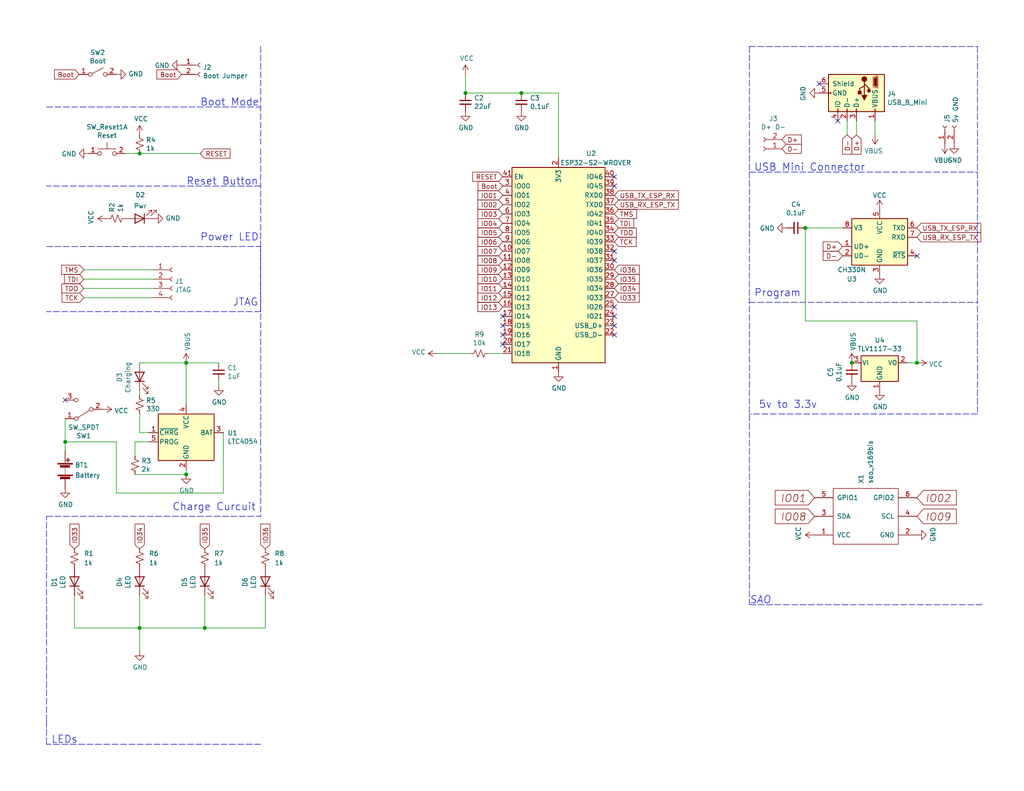
<source format=kicad_sch>
(kicad_sch (version 20211123) (generator eeschema)

  (uuid 76a22395-5d2d-4f66-8191-432f65fdc4ac)

  (paper "USLetter")

  (title_block
    (title "BSidesCHS")
    (date "2022-09-19")
    (rev "0")
    (company "BadgePirates")
    (comment 1 "ESP32-S2 WROOM")
    (comment 2 "USB to Serial Connector")
    (comment 3 "Lipo Charger")
  )

  (lib_symbols
    (symbol "BadgePirates:Badgelife_sao_connector_v169bis" (pin_names (offset 1.016)) (in_bom yes) (on_board yes)
      (property "Reference" "X" (id 0) (at 0 0 0)
        (effects (font (size 1.27 1.27)))
      )
      (property "Value" "Badgelife_sao_connector_v169bis" (id 1) (at 0 20.32 0)
        (effects (font (size 1.27 1.27)))
      )
      (property "Footprint" "" (id 2) (at 0 5.08 0)
        (effects (font (size 1.27 1.27)) hide)
      )
      (property "Datasheet" "" (id 3) (at 0 5.08 0)
        (effects (font (size 1.27 1.27)) hide)
      )
      (symbol "Badgelife_sao_connector_v169bis_0_1"
        (rectangle (start -7.62 8.89) (end 7.62 -8.89)
          (stroke (width 0) (type default) (color 0 0 0 0))
          (fill (type none))
        )
      )
      (symbol "Badgelife_sao_connector_v169bis_1_1"
        (pin input line (at -5.08 13.97 270) (length 5.08)
          (name "VCC" (effects (font (size 1.27 1.27))))
          (number "1" (effects (font (size 1.27 1.27))))
        )
        (pin input line (at -5.08 -13.97 90) (length 5.08)
          (name "GND" (effects (font (size 1.27 1.27))))
          (number "2" (effects (font (size 1.27 1.27))))
        )
        (pin input line (at 0 13.97 270) (length 5.08)
          (name "SDA" (effects (font (size 1.27 1.27))))
          (number "3" (effects (font (size 1.27 1.27))))
        )
        (pin input line (at 0 -13.97 90) (length 5.08)
          (name "SCL" (effects (font (size 1.27 1.27))))
          (number "4" (effects (font (size 1.27 1.27))))
        )
        (pin input line (at 5.08 13.97 270) (length 5.08)
          (name "GPIO1" (effects (font (size 1.27 1.27))))
          (number "5" (effects (font (size 1.27 1.27))))
        )
        (pin input line (at 5.08 -13.97 90) (length 5.08)
          (name "GPIO2" (effects (font (size 1.27 1.27))))
          (number "6" (effects (font (size 1.27 1.27))))
        )
      )
    )
    (symbol "Battery_Management:LTC4054ES5-4.2" (pin_names (offset 0.254)) (in_bom yes) (on_board yes)
      (property "Reference" "U" (id 0) (at -5.842 6.604 0)
        (effects (font (size 1.27 1.27)))
      )
      (property "Value" "LTC4054ES5-4.2" (id 1) (at 1.524 6.604 0)
        (effects (font (size 1.27 1.27)) (justify left))
      )
      (property "Footprint" "Package_TO_SOT_SMD:TSOT-23-5" (id 2) (at 0 -12.7 0)
        (effects (font (size 1.27 1.27)) hide)
      )
      (property "Datasheet" "https://www.analog.com/media/en/technical-documentation/data-sheets/405442xf.pdf" (id 3) (at 0 -2.54 0)
        (effects (font (size 1.27 1.27)) hide)
      )
      (property "ki_keywords" "Constant-current constant-voltage linear charger single cell lithium-ion battery" (id 4) (at 0 0 0)
        (effects (font (size 1.27 1.27)) hide)
      )
      (property "ki_description" "Constant-current/constant-voltage linear charger for single cell lithium-ion batteries with 2.9V Trickle Charge, 4.5V to 6.5V VDD, -40 to +85 degree Celcius, TSOT-23-5" (id 5) (at 0 0 0)
        (effects (font (size 1.27 1.27)) hide)
      )
      (property "ki_fp_filters" "TSOT?23*" (id 6) (at 0 0 0)
        (effects (font (size 1.27 1.27)) hide)
      )
      (symbol "LTC4054ES5-4.2_0_1"
        (rectangle (start -7.62 5.08) (end 7.62 -7.62)
          (stroke (width 0.254) (type default) (color 0 0 0 0))
          (fill (type background))
        )
      )
      (symbol "LTC4054ES5-4.2_1_1"
        (pin open_collector line (at -10.16 0 0) (length 2.54)
          (name "~{CHRG}" (effects (font (size 1.27 1.27))))
          (number "1" (effects (font (size 1.27 1.27))))
        )
        (pin power_in line (at 0 -10.16 90) (length 2.54)
          (name "GND" (effects (font (size 1.27 1.27))))
          (number "2" (effects (font (size 1.27 1.27))))
        )
        (pin power_out line (at 10.16 0 180) (length 2.54)
          (name "BAT" (effects (font (size 1.27 1.27))))
          (number "3" (effects (font (size 1.27 1.27))))
        )
        (pin power_in line (at 0 7.62 270) (length 2.54)
          (name "VCC" (effects (font (size 1.27 1.27))))
          (number "4" (effects (font (size 1.27 1.27))))
        )
        (pin bidirectional line (at -10.16 -2.54 0) (length 2.54)
          (name "PROG" (effects (font (size 1.27 1.27))))
          (number "5" (effects (font (size 1.27 1.27))))
        )
      )
    )
    (symbol "Connector:Conn_01x02_Female" (pin_names (offset 1.016) hide) (in_bom yes) (on_board yes)
      (property "Reference" "J" (id 0) (at 0 2.54 0)
        (effects (font (size 1.27 1.27)))
      )
      (property "Value" "Conn_01x02_Female" (id 1) (at 0 -5.08 0)
        (effects (font (size 1.27 1.27)))
      )
      (property "Footprint" "" (id 2) (at 0 0 0)
        (effects (font (size 1.27 1.27)) hide)
      )
      (property "Datasheet" "~" (id 3) (at 0 0 0)
        (effects (font (size 1.27 1.27)) hide)
      )
      (property "ki_keywords" "connector" (id 4) (at 0 0 0)
        (effects (font (size 1.27 1.27)) hide)
      )
      (property "ki_description" "Generic connector, single row, 01x02, script generated (kicad-library-utils/schlib/autogen/connector/)" (id 5) (at 0 0 0)
        (effects (font (size 1.27 1.27)) hide)
      )
      (property "ki_fp_filters" "Connector*:*_1x??_*" (id 6) (at 0 0 0)
        (effects (font (size 1.27 1.27)) hide)
      )
      (symbol "Conn_01x02_Female_1_1"
        (arc (start 0 -2.032) (mid -0.508 -2.54) (end 0 -3.048)
          (stroke (width 0.1524) (type default) (color 0 0 0 0))
          (fill (type none))
        )
        (polyline
          (pts
            (xy -1.27 -2.54)
            (xy -0.508 -2.54)
          )
          (stroke (width 0.1524) (type default) (color 0 0 0 0))
          (fill (type none))
        )
        (polyline
          (pts
            (xy -1.27 0)
            (xy -0.508 0)
          )
          (stroke (width 0.1524) (type default) (color 0 0 0 0))
          (fill (type none))
        )
        (arc (start 0 0.508) (mid -0.508 0) (end 0 -0.508)
          (stroke (width 0.1524) (type default) (color 0 0 0 0))
          (fill (type none))
        )
        (pin passive line (at -5.08 0 0) (length 3.81)
          (name "Pin_1" (effects (font (size 1.27 1.27))))
          (number "1" (effects (font (size 1.27 1.27))))
        )
        (pin passive line (at -5.08 -2.54 0) (length 3.81)
          (name "Pin_2" (effects (font (size 1.27 1.27))))
          (number "2" (effects (font (size 1.27 1.27))))
        )
      )
    )
    (symbol "Connector:Conn_01x04_Female" (pin_names (offset 1.016) hide) (in_bom yes) (on_board yes)
      (property "Reference" "J" (id 0) (at 0 5.08 0)
        (effects (font (size 1.27 1.27)))
      )
      (property "Value" "Conn_01x04_Female" (id 1) (at 0 -7.62 0)
        (effects (font (size 1.27 1.27)))
      )
      (property "Footprint" "" (id 2) (at 0 0 0)
        (effects (font (size 1.27 1.27)) hide)
      )
      (property "Datasheet" "~" (id 3) (at 0 0 0)
        (effects (font (size 1.27 1.27)) hide)
      )
      (property "ki_keywords" "connector" (id 4) (at 0 0 0)
        (effects (font (size 1.27 1.27)) hide)
      )
      (property "ki_description" "Generic connector, single row, 01x04, script generated (kicad-library-utils/schlib/autogen/connector/)" (id 5) (at 0 0 0)
        (effects (font (size 1.27 1.27)) hide)
      )
      (property "ki_fp_filters" "Connector*:*_1x??_*" (id 6) (at 0 0 0)
        (effects (font (size 1.27 1.27)) hide)
      )
      (symbol "Conn_01x04_Female_1_1"
        (arc (start 0 -4.572) (mid -0.508 -5.08) (end 0 -5.588)
          (stroke (width 0.1524) (type default) (color 0 0 0 0))
          (fill (type none))
        )
        (arc (start 0 -2.032) (mid -0.508 -2.54) (end 0 -3.048)
          (stroke (width 0.1524) (type default) (color 0 0 0 0))
          (fill (type none))
        )
        (polyline
          (pts
            (xy -1.27 -5.08)
            (xy -0.508 -5.08)
          )
          (stroke (width 0.1524) (type default) (color 0 0 0 0))
          (fill (type none))
        )
        (polyline
          (pts
            (xy -1.27 -2.54)
            (xy -0.508 -2.54)
          )
          (stroke (width 0.1524) (type default) (color 0 0 0 0))
          (fill (type none))
        )
        (polyline
          (pts
            (xy -1.27 0)
            (xy -0.508 0)
          )
          (stroke (width 0.1524) (type default) (color 0 0 0 0))
          (fill (type none))
        )
        (polyline
          (pts
            (xy -1.27 2.54)
            (xy -0.508 2.54)
          )
          (stroke (width 0.1524) (type default) (color 0 0 0 0))
          (fill (type none))
        )
        (arc (start 0 0.508) (mid -0.508 0) (end 0 -0.508)
          (stroke (width 0.1524) (type default) (color 0 0 0 0))
          (fill (type none))
        )
        (arc (start 0 3.048) (mid -0.508 2.54) (end 0 2.032)
          (stroke (width 0.1524) (type default) (color 0 0 0 0))
          (fill (type none))
        )
        (pin passive line (at -5.08 2.54 0) (length 3.81)
          (name "Pin_1" (effects (font (size 1.27 1.27))))
          (number "1" (effects (font (size 1.27 1.27))))
        )
        (pin passive line (at -5.08 0 0) (length 3.81)
          (name "Pin_2" (effects (font (size 1.27 1.27))))
          (number "2" (effects (font (size 1.27 1.27))))
        )
        (pin passive line (at -5.08 -2.54 0) (length 3.81)
          (name "Pin_3" (effects (font (size 1.27 1.27))))
          (number "3" (effects (font (size 1.27 1.27))))
        )
        (pin passive line (at -5.08 -5.08 0) (length 3.81)
          (name "Pin_4" (effects (font (size 1.27 1.27))))
          (number "4" (effects (font (size 1.27 1.27))))
        )
      )
    )
    (symbol "Connector:USB_B_Mini" (pin_names (offset 1.016)) (in_bom yes) (on_board yes)
      (property "Reference" "J" (id 0) (at -5.08 11.43 0)
        (effects (font (size 1.27 1.27)) (justify left))
      )
      (property "Value" "USB_B_Mini" (id 1) (at -5.08 8.89 0)
        (effects (font (size 1.27 1.27)) (justify left))
      )
      (property "Footprint" "" (id 2) (at 3.81 -1.27 0)
        (effects (font (size 1.27 1.27)) hide)
      )
      (property "Datasheet" "~" (id 3) (at 3.81 -1.27 0)
        (effects (font (size 1.27 1.27)) hide)
      )
      (property "ki_keywords" "connector USB mini" (id 4) (at 0 0 0)
        (effects (font (size 1.27 1.27)) hide)
      )
      (property "ki_description" "USB Mini Type B connector" (id 5) (at 0 0 0)
        (effects (font (size 1.27 1.27)) hide)
      )
      (property "ki_fp_filters" "USB*" (id 6) (at 0 0 0)
        (effects (font (size 1.27 1.27)) hide)
      )
      (symbol "USB_B_Mini_0_1"
        (rectangle (start -5.08 -7.62) (end 5.08 7.62)
          (stroke (width 0.254) (type default) (color 0 0 0 0))
          (fill (type background))
        )
        (circle (center -3.81 2.159) (radius 0.635)
          (stroke (width 0.254) (type default) (color 0 0 0 0))
          (fill (type outline))
        )
        (circle (center -0.635 3.429) (radius 0.381)
          (stroke (width 0.254) (type default) (color 0 0 0 0))
          (fill (type outline))
        )
        (rectangle (start -0.127 -7.62) (end 0.127 -6.858)
          (stroke (width 0) (type default) (color 0 0 0 0))
          (fill (type none))
        )
        (polyline
          (pts
            (xy -1.905 2.159)
            (xy 0.635 2.159)
          )
          (stroke (width 0.254) (type default) (color 0 0 0 0))
          (fill (type none))
        )
        (polyline
          (pts
            (xy -3.175 2.159)
            (xy -2.54 2.159)
            (xy -1.27 3.429)
            (xy -0.635 3.429)
          )
          (stroke (width 0.254) (type default) (color 0 0 0 0))
          (fill (type none))
        )
        (polyline
          (pts
            (xy -2.54 2.159)
            (xy -1.905 2.159)
            (xy -1.27 0.889)
            (xy 0 0.889)
          )
          (stroke (width 0.254) (type default) (color 0 0 0 0))
          (fill (type none))
        )
        (polyline
          (pts
            (xy 0.635 2.794)
            (xy 0.635 1.524)
            (xy 1.905 2.159)
            (xy 0.635 2.794)
          )
          (stroke (width 0.254) (type default) (color 0 0 0 0))
          (fill (type outline))
        )
        (polyline
          (pts
            (xy -4.318 5.588)
            (xy -1.778 5.588)
            (xy -2.032 4.826)
            (xy -4.064 4.826)
            (xy -4.318 5.588)
          )
          (stroke (width 0) (type default) (color 0 0 0 0))
          (fill (type outline))
        )
        (polyline
          (pts
            (xy -4.699 5.842)
            (xy -4.699 5.588)
            (xy -4.445 4.826)
            (xy -4.445 4.572)
            (xy -1.651 4.572)
            (xy -1.651 4.826)
            (xy -1.397 5.588)
            (xy -1.397 5.842)
            (xy -4.699 5.842)
          )
          (stroke (width 0) (type default) (color 0 0 0 0))
          (fill (type none))
        )
        (rectangle (start 0.254 1.27) (end -0.508 0.508)
          (stroke (width 0.254) (type default) (color 0 0 0 0))
          (fill (type outline))
        )
        (rectangle (start 5.08 -5.207) (end 4.318 -4.953)
          (stroke (width 0) (type default) (color 0 0 0 0))
          (fill (type none))
        )
        (rectangle (start 5.08 -2.667) (end 4.318 -2.413)
          (stroke (width 0) (type default) (color 0 0 0 0))
          (fill (type none))
        )
        (rectangle (start 5.08 -0.127) (end 4.318 0.127)
          (stroke (width 0) (type default) (color 0 0 0 0))
          (fill (type none))
        )
        (rectangle (start 5.08 4.953) (end 4.318 5.207)
          (stroke (width 0) (type default) (color 0 0 0 0))
          (fill (type none))
        )
      )
      (symbol "USB_B_Mini_1_1"
        (pin power_out line (at 7.62 5.08 180) (length 2.54)
          (name "VBUS" (effects (font (size 1.27 1.27))))
          (number "1" (effects (font (size 1.27 1.27))))
        )
        (pin bidirectional line (at 7.62 -2.54 180) (length 2.54)
          (name "D-" (effects (font (size 1.27 1.27))))
          (number "2" (effects (font (size 1.27 1.27))))
        )
        (pin bidirectional line (at 7.62 0 180) (length 2.54)
          (name "D+" (effects (font (size 1.27 1.27))))
          (number "3" (effects (font (size 1.27 1.27))))
        )
        (pin passive line (at 7.62 -5.08 180) (length 2.54)
          (name "ID" (effects (font (size 1.27 1.27))))
          (number "4" (effects (font (size 1.27 1.27))))
        )
        (pin power_out line (at 0 -10.16 90) (length 2.54)
          (name "GND" (effects (font (size 1.27 1.27))))
          (number "5" (effects (font (size 1.27 1.27))))
        )
        (pin passive line (at -2.54 -10.16 90) (length 2.54)
          (name "Shield" (effects (font (size 1.27 1.27))))
          (number "6" (effects (font (size 1.27 1.27))))
        )
      )
    )
    (symbol "Device:Battery" (pin_numbers hide) (pin_names (offset 0) hide) (in_bom yes) (on_board yes)
      (property "Reference" "BT" (id 0) (at 2.54 2.54 0)
        (effects (font (size 1.27 1.27)) (justify left))
      )
      (property "Value" "Battery" (id 1) (at 2.54 0 0)
        (effects (font (size 1.27 1.27)) (justify left))
      )
      (property "Footprint" "" (id 2) (at 0 1.524 90)
        (effects (font (size 1.27 1.27)) hide)
      )
      (property "Datasheet" "~" (id 3) (at 0 1.524 90)
        (effects (font (size 1.27 1.27)) hide)
      )
      (property "ki_keywords" "batt voltage-source cell" (id 4) (at 0 0 0)
        (effects (font (size 1.27 1.27)) hide)
      )
      (property "ki_description" "Multiple-cell battery" (id 5) (at 0 0 0)
        (effects (font (size 1.27 1.27)) hide)
      )
      (symbol "Battery_0_1"
        (rectangle (start -2.032 -1.397) (end 2.032 -1.651)
          (stroke (width 0) (type default) (color 0 0 0 0))
          (fill (type outline))
        )
        (rectangle (start -2.032 1.778) (end 2.032 1.524)
          (stroke (width 0) (type default) (color 0 0 0 0))
          (fill (type outline))
        )
        (rectangle (start -1.3208 -1.9812) (end 1.27 -2.4892)
          (stroke (width 0) (type default) (color 0 0 0 0))
          (fill (type outline))
        )
        (rectangle (start -1.3208 1.1938) (end 1.27 0.6858)
          (stroke (width 0) (type default) (color 0 0 0 0))
          (fill (type outline))
        )
        (polyline
          (pts
            (xy 0 -1.524)
            (xy 0 -1.27)
          )
          (stroke (width 0) (type default) (color 0 0 0 0))
          (fill (type none))
        )
        (polyline
          (pts
            (xy 0 -1.016)
            (xy 0 -0.762)
          )
          (stroke (width 0) (type default) (color 0 0 0 0))
          (fill (type none))
        )
        (polyline
          (pts
            (xy 0 -0.508)
            (xy 0 -0.254)
          )
          (stroke (width 0) (type default) (color 0 0 0 0))
          (fill (type none))
        )
        (polyline
          (pts
            (xy 0 0)
            (xy 0 0.254)
          )
          (stroke (width 0) (type default) (color 0 0 0 0))
          (fill (type none))
        )
        (polyline
          (pts
            (xy 0 0.508)
            (xy 0 0.762)
          )
          (stroke (width 0) (type default) (color 0 0 0 0))
          (fill (type none))
        )
        (polyline
          (pts
            (xy 0 1.778)
            (xy 0 2.54)
          )
          (stroke (width 0) (type default) (color 0 0 0 0))
          (fill (type none))
        )
        (polyline
          (pts
            (xy 0.254 2.667)
            (xy 1.27 2.667)
          )
          (stroke (width 0.254) (type default) (color 0 0 0 0))
          (fill (type none))
        )
        (polyline
          (pts
            (xy 0.762 3.175)
            (xy 0.762 2.159)
          )
          (stroke (width 0.254) (type default) (color 0 0 0 0))
          (fill (type none))
        )
      )
      (symbol "Battery_1_1"
        (pin passive line (at 0 5.08 270) (length 2.54)
          (name "+" (effects (font (size 1.27 1.27))))
          (number "1" (effects (font (size 1.27 1.27))))
        )
        (pin passive line (at 0 -5.08 90) (length 2.54)
          (name "-" (effects (font (size 1.27 1.27))))
          (number "2" (effects (font (size 1.27 1.27))))
        )
      )
    )
    (symbol "Device:C_Small" (pin_numbers hide) (pin_names (offset 0.254) hide) (in_bom yes) (on_board yes)
      (property "Reference" "C" (id 0) (at 0.254 1.778 0)
        (effects (font (size 1.27 1.27)) (justify left))
      )
      (property "Value" "C_Small" (id 1) (at 0.254 -2.032 0)
        (effects (font (size 1.27 1.27)) (justify left))
      )
      (property "Footprint" "" (id 2) (at 0 0 0)
        (effects (font (size 1.27 1.27)) hide)
      )
      (property "Datasheet" "~" (id 3) (at 0 0 0)
        (effects (font (size 1.27 1.27)) hide)
      )
      (property "ki_keywords" "capacitor cap" (id 4) (at 0 0 0)
        (effects (font (size 1.27 1.27)) hide)
      )
      (property "ki_description" "Unpolarized capacitor, small symbol" (id 5) (at 0 0 0)
        (effects (font (size 1.27 1.27)) hide)
      )
      (property "ki_fp_filters" "C_*" (id 6) (at 0 0 0)
        (effects (font (size 1.27 1.27)) hide)
      )
      (symbol "C_Small_0_1"
        (polyline
          (pts
            (xy -1.524 -0.508)
            (xy 1.524 -0.508)
          )
          (stroke (width 0.3302) (type default) (color 0 0 0 0))
          (fill (type none))
        )
        (polyline
          (pts
            (xy -1.524 0.508)
            (xy 1.524 0.508)
          )
          (stroke (width 0.3048) (type default) (color 0 0 0 0))
          (fill (type none))
        )
      )
      (symbol "C_Small_1_1"
        (pin passive line (at 0 2.54 270) (length 2.032)
          (name "~" (effects (font (size 1.27 1.27))))
          (number "1" (effects (font (size 1.27 1.27))))
        )
        (pin passive line (at 0 -2.54 90) (length 2.032)
          (name "~" (effects (font (size 1.27 1.27))))
          (number "2" (effects (font (size 1.27 1.27))))
        )
      )
    )
    (symbol "Device:LED" (pin_numbers hide) (pin_names (offset 1.016) hide) (in_bom yes) (on_board yes)
      (property "Reference" "D" (id 0) (at 0 2.54 0)
        (effects (font (size 1.27 1.27)))
      )
      (property "Value" "LED" (id 1) (at 0 -2.54 0)
        (effects (font (size 1.27 1.27)))
      )
      (property "Footprint" "" (id 2) (at 0 0 0)
        (effects (font (size 1.27 1.27)) hide)
      )
      (property "Datasheet" "~" (id 3) (at 0 0 0)
        (effects (font (size 1.27 1.27)) hide)
      )
      (property "ki_keywords" "LED diode" (id 4) (at 0 0 0)
        (effects (font (size 1.27 1.27)) hide)
      )
      (property "ki_description" "Light emitting diode" (id 5) (at 0 0 0)
        (effects (font (size 1.27 1.27)) hide)
      )
      (property "ki_fp_filters" "LED* LED_SMD:* LED_THT:*" (id 6) (at 0 0 0)
        (effects (font (size 1.27 1.27)) hide)
      )
      (symbol "LED_0_1"
        (polyline
          (pts
            (xy -1.27 -1.27)
            (xy -1.27 1.27)
          )
          (stroke (width 0.254) (type default) (color 0 0 0 0))
          (fill (type none))
        )
        (polyline
          (pts
            (xy -1.27 0)
            (xy 1.27 0)
          )
          (stroke (width 0) (type default) (color 0 0 0 0))
          (fill (type none))
        )
        (polyline
          (pts
            (xy 1.27 -1.27)
            (xy 1.27 1.27)
            (xy -1.27 0)
            (xy 1.27 -1.27)
          )
          (stroke (width 0.254) (type default) (color 0 0 0 0))
          (fill (type none))
        )
        (polyline
          (pts
            (xy -3.048 -0.762)
            (xy -4.572 -2.286)
            (xy -3.81 -2.286)
            (xy -4.572 -2.286)
            (xy -4.572 -1.524)
          )
          (stroke (width 0) (type default) (color 0 0 0 0))
          (fill (type none))
        )
        (polyline
          (pts
            (xy -1.778 -0.762)
            (xy -3.302 -2.286)
            (xy -2.54 -2.286)
            (xy -3.302 -2.286)
            (xy -3.302 -1.524)
          )
          (stroke (width 0) (type default) (color 0 0 0 0))
          (fill (type none))
        )
      )
      (symbol "LED_1_1"
        (pin passive line (at -3.81 0 0) (length 2.54)
          (name "K" (effects (font (size 1.27 1.27))))
          (number "1" (effects (font (size 1.27 1.27))))
        )
        (pin passive line (at 3.81 0 180) (length 2.54)
          (name "A" (effects (font (size 1.27 1.27))))
          (number "2" (effects (font (size 1.27 1.27))))
        )
      )
    )
    (symbol "Device:R_Small_US" (pin_numbers hide) (pin_names (offset 0.254) hide) (in_bom yes) (on_board yes)
      (property "Reference" "R" (id 0) (at 0.762 0.508 0)
        (effects (font (size 1.27 1.27)) (justify left))
      )
      (property "Value" "R_Small_US" (id 1) (at 0.762 -1.016 0)
        (effects (font (size 1.27 1.27)) (justify left))
      )
      (property "Footprint" "" (id 2) (at 0 0 0)
        (effects (font (size 1.27 1.27)) hide)
      )
      (property "Datasheet" "~" (id 3) (at 0 0 0)
        (effects (font (size 1.27 1.27)) hide)
      )
      (property "ki_keywords" "r resistor" (id 4) (at 0 0 0)
        (effects (font (size 1.27 1.27)) hide)
      )
      (property "ki_description" "Resistor, small US symbol" (id 5) (at 0 0 0)
        (effects (font (size 1.27 1.27)) hide)
      )
      (property "ki_fp_filters" "R_*" (id 6) (at 0 0 0)
        (effects (font (size 1.27 1.27)) hide)
      )
      (symbol "R_Small_US_1_1"
        (polyline
          (pts
            (xy 0 0)
            (xy 1.016 -0.381)
            (xy 0 -0.762)
            (xy -1.016 -1.143)
            (xy 0 -1.524)
          )
          (stroke (width 0) (type default) (color 0 0 0 0))
          (fill (type none))
        )
        (polyline
          (pts
            (xy 0 1.524)
            (xy 1.016 1.143)
            (xy 0 0.762)
            (xy -1.016 0.381)
            (xy 0 0)
          )
          (stroke (width 0) (type default) (color 0 0 0 0))
          (fill (type none))
        )
        (pin passive line (at 0 2.54 270) (length 1.016)
          (name "~" (effects (font (size 1.27 1.27))))
          (number "1" (effects (font (size 1.27 1.27))))
        )
        (pin passive line (at 0 -2.54 90) (length 1.016)
          (name "~" (effects (font (size 1.27 1.27))))
          (number "2" (effects (font (size 1.27 1.27))))
        )
      )
    )
    (symbol "Interface_USB:CH330N" (in_bom yes) (on_board yes)
      (property "Reference" "U" (id 0) (at -7.62 6.35 0)
        (effects (font (size 1.27 1.27)) (justify left))
      )
      (property "Value" "CH330N" (id 1) (at 7.62 6.35 0)
        (effects (font (size 1.27 1.27)) (justify right))
      )
      (property "Footprint" "Package_SO:SOIC-8_3.9x4.9mm_P1.27mm" (id 2) (at -3.81 19.05 0)
        (effects (font (size 1.27 1.27)) hide)
      )
      (property "Datasheet" "http://www.wch.cn/downloads/file/240.html" (id 3) (at -2.54 5.08 0)
        (effects (font (size 1.27 1.27)) hide)
      )
      (property "ki_keywords" "usb uart wch serial" (id 4) (at 0 0 0)
        (effects (font (size 1.27 1.27)) hide)
      )
      (property "ki_description" "USB serial converter, UART, SOIC-8" (id 5) (at 0 0 0)
        (effects (font (size 1.27 1.27)) hide)
      )
      (property "ki_fp_filters" "SOIC*3.9x4.9mm*P1.27mm*" (id 6) (at 0 0 0)
        (effects (font (size 1.27 1.27)) hide)
      )
      (symbol "CH330N_0_1"
        (rectangle (start -7.62 5.08) (end 7.62 -7.62)
          (stroke (width 0.254) (type default) (color 0 0 0 0))
          (fill (type background))
        )
      )
      (symbol "CH330N_1_1"
        (pin bidirectional line (at -10.16 -2.54 0) (length 2.54)
          (name "UD+" (effects (font (size 1.27 1.27))))
          (number "1" (effects (font (size 1.27 1.27))))
        )
        (pin bidirectional line (at -10.16 -5.08 0) (length 2.54)
          (name "UD-" (effects (font (size 1.27 1.27))))
          (number "2" (effects (font (size 1.27 1.27))))
        )
        (pin power_in line (at 0 -10.16 90) (length 2.54)
          (name "GND" (effects (font (size 1.27 1.27))))
          (number "3" (effects (font (size 1.27 1.27))))
        )
        (pin output line (at 10.16 -5.08 180) (length 2.54)
          (name "~{RTS}" (effects (font (size 1.27 1.27))))
          (number "4" (effects (font (size 1.27 1.27))))
        )
        (pin power_in line (at 0 7.62 270) (length 2.54)
          (name "VCC" (effects (font (size 1.27 1.27))))
          (number "5" (effects (font (size 1.27 1.27))))
        )
        (pin output line (at 10.16 2.54 180) (length 2.54)
          (name "TXD" (effects (font (size 1.27 1.27))))
          (number "6" (effects (font (size 1.27 1.27))))
        )
        (pin input line (at 10.16 0 180) (length 2.54)
          (name "RXD" (effects (font (size 1.27 1.27))))
          (number "7" (effects (font (size 1.27 1.27))))
        )
        (pin passive line (at -10.16 2.54 0) (length 2.54)
          (name "V3" (effects (font (size 1.27 1.27))))
          (number "8" (effects (font (size 1.27 1.27))))
        )
      )
    )
    (symbol "RF_Module:ESP32-S2-WROVER" (in_bom yes) (on_board yes)
      (property "Reference" "U" (id 0) (at -12.7 29.21 0)
        (effects (font (size 1.27 1.27)) (justify left))
      )
      (property "Value" "ESP32-S2-WROVER" (id 1) (at 2.54 29.21 0)
        (effects (font (size 1.27 1.27)) (justify left))
      )
      (property "Footprint" "RF_Module:ESP32-S2-WROVER" (id 2) (at 19.05 -29.21 0)
        (effects (font (size 1.27 1.27)) hide)
      )
      (property "Datasheet" "https://www.espressif.com/sites/default/files/documentation/esp32-s2-wroom_esp32-s2-wroom-i_datasheet_en.pdf" (id 3) (at -7.62 -20.32 0)
        (effects (font (size 1.27 1.27)) hide)
      )
      (property "ki_keywords" "RF Radio ESP ESP32 Espressif onboard PCB antenna" (id 4) (at 0 0 0)
        (effects (font (size 1.27 1.27)) hide)
      )
      (property "ki_description" "RF Module, ESP32-D0WDQ6 SoC, Wi-Fi 802.11b/g/n, 32-bit, 2.7-3.6V, onboard antenna, SMD" (id 5) (at 0 0 0)
        (effects (font (size 1.27 1.27)) hide)
      )
      (property "ki_fp_filters" "ESP32?S2?WROVER*" (id 6) (at 0 0 0)
        (effects (font (size 1.27 1.27)) hide)
      )
      (symbol "ESP32-S2-WROVER_0_1"
        (rectangle (start -12.7 27.94) (end 12.7 -25.4)
          (stroke (width 0.254) (type default) (color 0 0 0 0))
          (fill (type background))
        )
      )
      (symbol "ESP32-S2-WROVER_1_1"
        (pin power_in line (at 0 -27.94 90) (length 2.54)
          (name "GND" (effects (font (size 1.27 1.27))))
          (number "1" (effects (font (size 1.27 1.27))))
        )
        (pin bidirectional line (at -15.24 5.08 0) (length 2.54)
          (name "IO07" (effects (font (size 1.27 1.27))))
          (number "10" (effects (font (size 1.27 1.27))))
        )
        (pin bidirectional line (at -15.24 2.54 0) (length 2.54)
          (name "IO08" (effects (font (size 1.27 1.27))))
          (number "11" (effects (font (size 1.27 1.27))))
        )
        (pin bidirectional line (at -15.24 0 0) (length 2.54)
          (name "IO09" (effects (font (size 1.27 1.27))))
          (number "12" (effects (font (size 1.27 1.27))))
        )
        (pin bidirectional line (at -15.24 -2.54 0) (length 2.54)
          (name "IO10" (effects (font (size 1.27 1.27))))
          (number "13" (effects (font (size 1.27 1.27))))
        )
        (pin bidirectional line (at -15.24 -5.08 0) (length 2.54)
          (name "IO11" (effects (font (size 1.27 1.27))))
          (number "14" (effects (font (size 1.27 1.27))))
        )
        (pin bidirectional line (at -15.24 -7.62 0) (length 2.54)
          (name "IO12" (effects (font (size 1.27 1.27))))
          (number "15" (effects (font (size 1.27 1.27))))
        )
        (pin bidirectional line (at -15.24 -10.16 0) (length 2.54)
          (name "IO13" (effects (font (size 1.27 1.27))))
          (number "16" (effects (font (size 1.27 1.27))))
        )
        (pin bidirectional line (at -15.24 -12.7 0) (length 2.54)
          (name "IO14" (effects (font (size 1.27 1.27))))
          (number "17" (effects (font (size 1.27 1.27))))
        )
        (pin bidirectional line (at -15.24 -15.24 0) (length 2.54)
          (name "IO15" (effects (font (size 1.27 1.27))))
          (number "18" (effects (font (size 1.27 1.27))))
        )
        (pin bidirectional line (at -15.24 -17.78 0) (length 2.54)
          (name "IO16" (effects (font (size 1.27 1.27))))
          (number "19" (effects (font (size 1.27 1.27))))
        )
        (pin power_in line (at 0 30.48 270) (length 2.54)
          (name "3V3" (effects (font (size 1.27 1.27))))
          (number "2" (effects (font (size 1.27 1.27))))
        )
        (pin bidirectional line (at -15.24 -20.32 0) (length 2.54)
          (name "IO17" (effects (font (size 1.27 1.27))))
          (number "20" (effects (font (size 1.27 1.27))))
        )
        (pin bidirectional line (at -15.24 -22.86 0) (length 2.54)
          (name "IO18" (effects (font (size 1.27 1.27))))
          (number "21" (effects (font (size 1.27 1.27))))
        )
        (pin bidirectional line (at 15.24 -17.78 180) (length 2.54)
          (name "USB_D-" (effects (font (size 1.27 1.27))))
          (number "22" (effects (font (size 1.27 1.27))))
        )
        (pin bidirectional line (at 15.24 -15.24 180) (length 2.54)
          (name "USB_D+" (effects (font (size 1.27 1.27))))
          (number "23" (effects (font (size 1.27 1.27))))
        )
        (pin bidirectional line (at 15.24 -12.7 180) (length 2.54)
          (name "IO21" (effects (font (size 1.27 1.27))))
          (number "24" (effects (font (size 1.27 1.27))))
        )
        (pin bidirectional line (at 15.24 -10.16 180) (length 2.54)
          (name "IO26" (effects (font (size 1.27 1.27))))
          (number "25" (effects (font (size 1.27 1.27))))
        )
        (pin passive line (at 0 -27.94 90) (length 2.54) hide
          (name "GND" (effects (font (size 1.27 1.27))))
          (number "26" (effects (font (size 1.27 1.27))))
        )
        (pin bidirectional line (at 15.24 -7.62 180) (length 2.54)
          (name "IO33" (effects (font (size 1.27 1.27))))
          (number "27" (effects (font (size 1.27 1.27))))
        )
        (pin bidirectional line (at 15.24 -5.08 180) (length 2.54)
          (name "IO34" (effects (font (size 1.27 1.27))))
          (number "28" (effects (font (size 1.27 1.27))))
        )
        (pin bidirectional line (at 15.24 -2.54 180) (length 2.54)
          (name "IO35" (effects (font (size 1.27 1.27))))
          (number "29" (effects (font (size 1.27 1.27))))
        )
        (pin bidirectional line (at -15.24 22.86 0) (length 2.54)
          (name "IO00" (effects (font (size 1.27 1.27))))
          (number "3" (effects (font (size 1.27 1.27))))
        )
        (pin bidirectional line (at 15.24 0 180) (length 2.54)
          (name "IO36" (effects (font (size 1.27 1.27))))
          (number "30" (effects (font (size 1.27 1.27))))
        )
        (pin bidirectional line (at 15.24 2.54 180) (length 2.54)
          (name "IO37" (effects (font (size 1.27 1.27))))
          (number "31" (effects (font (size 1.27 1.27))))
        )
        (pin bidirectional line (at 15.24 5.08 180) (length 2.54)
          (name "IO38" (effects (font (size 1.27 1.27))))
          (number "32" (effects (font (size 1.27 1.27))))
        )
        (pin bidirectional line (at 15.24 7.62 180) (length 2.54)
          (name "IO39" (effects (font (size 1.27 1.27))))
          (number "33" (effects (font (size 1.27 1.27))))
        )
        (pin bidirectional line (at 15.24 10.16 180) (length 2.54)
          (name "IO40" (effects (font (size 1.27 1.27))))
          (number "34" (effects (font (size 1.27 1.27))))
        )
        (pin bidirectional line (at 15.24 12.7 180) (length 2.54)
          (name "IO41" (effects (font (size 1.27 1.27))))
          (number "35" (effects (font (size 1.27 1.27))))
        )
        (pin bidirectional line (at 15.24 15.24 180) (length 2.54)
          (name "IO42" (effects (font (size 1.27 1.27))))
          (number "36" (effects (font (size 1.27 1.27))))
        )
        (pin bidirectional line (at 15.24 17.78 180) (length 2.54)
          (name "TXD0" (effects (font (size 1.27 1.27))))
          (number "37" (effects (font (size 1.27 1.27))))
        )
        (pin bidirectional line (at 15.24 20.32 180) (length 2.54)
          (name "RXD0" (effects (font (size 1.27 1.27))))
          (number "38" (effects (font (size 1.27 1.27))))
        )
        (pin bidirectional line (at 15.24 22.86 180) (length 2.54)
          (name "IO45" (effects (font (size 1.27 1.27))))
          (number "39" (effects (font (size 1.27 1.27))))
        )
        (pin bidirectional line (at -15.24 20.32 0) (length 2.54)
          (name "IO01" (effects (font (size 1.27 1.27))))
          (number "4" (effects (font (size 1.27 1.27))))
        )
        (pin input line (at 15.24 25.4 180) (length 2.54)
          (name "IO46" (effects (font (size 1.27 1.27))))
          (number "40" (effects (font (size 1.27 1.27))))
        )
        (pin input line (at -15.24 25.4 0) (length 2.54)
          (name "EN" (effects (font (size 1.27 1.27))))
          (number "41" (effects (font (size 1.27 1.27))))
        )
        (pin passive line (at 0 -27.94 90) (length 2.54) hide
          (name "GND" (effects (font (size 1.27 1.27))))
          (number "42" (effects (font (size 1.27 1.27))))
        )
        (pin passive line (at 0 -27.94 90) (length 2.54) hide
          (name "GND" (effects (font (size 1.27 1.27))))
          (number "43" (effects (font (size 1.27 1.27))))
        )
        (pin bidirectional line (at -15.24 17.78 0) (length 2.54)
          (name "IO02" (effects (font (size 1.27 1.27))))
          (number "5" (effects (font (size 1.27 1.27))))
        )
        (pin bidirectional line (at -15.24 15.24 0) (length 2.54)
          (name "IO03" (effects (font (size 1.27 1.27))))
          (number "6" (effects (font (size 1.27 1.27))))
        )
        (pin bidirectional line (at -15.24 12.7 0) (length 2.54)
          (name "IO04" (effects (font (size 1.27 1.27))))
          (number "7" (effects (font (size 1.27 1.27))))
        )
        (pin bidirectional line (at -15.24 10.16 0) (length 2.54)
          (name "IO05" (effects (font (size 1.27 1.27))))
          (number "8" (effects (font (size 1.27 1.27))))
        )
        (pin bidirectional line (at -15.24 7.62 0) (length 2.54)
          (name "IO06" (effects (font (size 1.27 1.27))))
          (number "9" (effects (font (size 1.27 1.27))))
        )
      )
    )
    (symbol "Regulator_Linear:TLV1117-33" (pin_names (offset 0.254)) (in_bom yes) (on_board yes)
      (property "Reference" "U" (id 0) (at -3.81 3.175 0)
        (effects (font (size 1.27 1.27)))
      )
      (property "Value" "TLV1117-33" (id 1) (at 0 3.175 0)
        (effects (font (size 1.27 1.27)) (justify left))
      )
      (property "Footprint" "" (id 2) (at 0 0 0)
        (effects (font (size 1.27 1.27)) hide)
      )
      (property "Datasheet" "http://www.ti.com/lit/ds/symlink/tlv1117.pdf" (id 3) (at 0 0 0)
        (effects (font (size 1.27 1.27)) hide)
      )
      (property "ki_keywords" "linear regulator ldo fixed positive" (id 4) (at 0 0 0)
        (effects (font (size 1.27 1.27)) hide)
      )
      (property "ki_description" "800mA Low-Dropout Linear Regulator, 3.3V fixed output, TO-220/TO-252/TO-263/SOT-223" (id 5) (at 0 0 0)
        (effects (font (size 1.27 1.27)) hide)
      )
      (property "ki_fp_filters" "SOT?223* TO?263* TO?252* TO?220*" (id 6) (at 0 0 0)
        (effects (font (size 1.27 1.27)) hide)
      )
      (symbol "TLV1117-33_0_1"
        (rectangle (start -5.08 -5.08) (end 5.08 1.905)
          (stroke (width 0.254) (type default) (color 0 0 0 0))
          (fill (type background))
        )
      )
      (symbol "TLV1117-33_1_1"
        (pin power_in line (at 0 -7.62 90) (length 2.54)
          (name "GND" (effects (font (size 1.27 1.27))))
          (number "1" (effects (font (size 1.27 1.27))))
        )
        (pin power_out line (at 7.62 0 180) (length 2.54)
          (name "VO" (effects (font (size 1.27 1.27))))
          (number "2" (effects (font (size 1.27 1.27))))
        )
        (pin power_in line (at -7.62 0 0) (length 2.54)
          (name "VI" (effects (font (size 1.27 1.27))))
          (number "3" (effects (font (size 1.27 1.27))))
        )
      )
    )
    (symbol "Switch:SW_Push_Dual_x2" (pin_names (offset 1.016) hide) (in_bom yes) (on_board yes)
      (property "Reference" "SW" (id 0) (at 1.27 2.54 0)
        (effects (font (size 1.27 1.27)) (justify left))
      )
      (property "Value" "SW_Push_Dual_x2" (id 1) (at 0 -1.524 0)
        (effects (font (size 1.27 1.27)))
      )
      (property "Footprint" "" (id 2) (at 0 5.08 0)
        (effects (font (size 1.27 1.27)) hide)
      )
      (property "Datasheet" "~" (id 3) (at 0 5.08 0)
        (effects (font (size 1.27 1.27)) hide)
      )
      (property "ki_keywords" "switch normally-open pushbutton push-button" (id 4) (at 0 0 0)
        (effects (font (size 1.27 1.27)) hide)
      )
      (property "ki_description" "Push button switch, generic, separate symbols, four pins" (id 5) (at 0 0 0)
        (effects (font (size 1.27 1.27)) hide)
      )
      (symbol "SW_Push_Dual_x2_0_1"
        (circle (center -2.032 0) (radius 0.508)
          (stroke (width 0) (type default) (color 0 0 0 0))
          (fill (type none))
        )
        (polyline
          (pts
            (xy 0 1.27)
            (xy 0 3.048)
          )
          (stroke (width 0) (type default) (color 0 0 0 0))
          (fill (type none))
        )
        (polyline
          (pts
            (xy 2.54 1.27)
            (xy -2.54 1.27)
          )
          (stroke (width 0) (type default) (color 0 0 0 0))
          (fill (type none))
        )
        (circle (center 2.032 0) (radius 0.508)
          (stroke (width 0) (type default) (color 0 0 0 0))
          (fill (type none))
        )
      )
      (symbol "SW_Push_Dual_x2_1_1"
        (pin passive line (at -5.08 0 0) (length 2.54)
          (name "C" (effects (font (size 1.27 1.27))))
          (number "1" (effects (font (size 1.27 1.27))))
        )
        (pin passive line (at 5.08 0 180) (length 2.54)
          (name "D" (effects (font (size 1.27 1.27))))
          (number "2" (effects (font (size 1.27 1.27))))
        )
      )
      (symbol "SW_Push_Dual_x2_2_1"
        (pin passive line (at -5.08 0 0) (length 2.54)
          (name "C" (effects (font (size 1.27 1.27))))
          (number "3" (effects (font (size 1.27 1.27))))
        )
        (pin passive line (at 5.08 0 180) (length 2.54)
          (name "D" (effects (font (size 1.27 1.27))))
          (number "4" (effects (font (size 1.27 1.27))))
        )
      )
    )
    (symbol "Switch:SW_SPDT" (pin_names (offset 0) hide) (in_bom yes) (on_board yes)
      (property "Reference" "SW" (id 0) (at 0 4.318 0)
        (effects (font (size 1.27 1.27)))
      )
      (property "Value" "SW_SPDT" (id 1) (at 0 -5.08 0)
        (effects (font (size 1.27 1.27)))
      )
      (property "Footprint" "" (id 2) (at 0 0 0)
        (effects (font (size 1.27 1.27)) hide)
      )
      (property "Datasheet" "~" (id 3) (at 0 0 0)
        (effects (font (size 1.27 1.27)) hide)
      )
      (property "ki_keywords" "switch single-pole double-throw spdt ON-ON" (id 4) (at 0 0 0)
        (effects (font (size 1.27 1.27)) hide)
      )
      (property "ki_description" "Switch, single pole double throw" (id 5) (at 0 0 0)
        (effects (font (size 1.27 1.27)) hide)
      )
      (symbol "SW_SPDT_0_0"
        (circle (center -2.032 0) (radius 0.508)
          (stroke (width 0) (type default) (color 0 0 0 0))
          (fill (type none))
        )
        (circle (center 2.032 -2.54) (radius 0.508)
          (stroke (width 0) (type default) (color 0 0 0 0))
          (fill (type none))
        )
      )
      (symbol "SW_SPDT_0_1"
        (polyline
          (pts
            (xy -1.524 0.254)
            (xy 1.651 2.286)
          )
          (stroke (width 0) (type default) (color 0 0 0 0))
          (fill (type none))
        )
        (circle (center 2.032 2.54) (radius 0.508)
          (stroke (width 0) (type default) (color 0 0 0 0))
          (fill (type none))
        )
      )
      (symbol "SW_SPDT_1_1"
        (pin passive line (at 5.08 2.54 180) (length 2.54)
          (name "A" (effects (font (size 1.27 1.27))))
          (number "1" (effects (font (size 1.27 1.27))))
        )
        (pin passive line (at -5.08 0 0) (length 2.54)
          (name "B" (effects (font (size 1.27 1.27))))
          (number "2" (effects (font (size 1.27 1.27))))
        )
        (pin passive line (at 5.08 -2.54 180) (length 2.54)
          (name "C" (effects (font (size 1.27 1.27))))
          (number "3" (effects (font (size 1.27 1.27))))
        )
      )
    )
    (symbol "Switch:SW_SPST" (pin_names (offset 0) hide) (in_bom yes) (on_board yes)
      (property "Reference" "SW" (id 0) (at 0 3.175 0)
        (effects (font (size 1.27 1.27)))
      )
      (property "Value" "SW_SPST" (id 1) (at 0 -2.54 0)
        (effects (font (size 1.27 1.27)))
      )
      (property "Footprint" "" (id 2) (at 0 0 0)
        (effects (font (size 1.27 1.27)) hide)
      )
      (property "Datasheet" "~" (id 3) (at 0 0 0)
        (effects (font (size 1.27 1.27)) hide)
      )
      (property "ki_keywords" "switch lever" (id 4) (at 0 0 0)
        (effects (font (size 1.27 1.27)) hide)
      )
      (property "ki_description" "Single Pole Single Throw (SPST) switch" (id 5) (at 0 0 0)
        (effects (font (size 1.27 1.27)) hide)
      )
      (symbol "SW_SPST_0_0"
        (circle (center -2.032 0) (radius 0.508)
          (stroke (width 0) (type default) (color 0 0 0 0))
          (fill (type none))
        )
        (polyline
          (pts
            (xy -1.524 0.254)
            (xy 1.524 1.778)
          )
          (stroke (width 0) (type default) (color 0 0 0 0))
          (fill (type none))
        )
        (circle (center 2.032 0) (radius 0.508)
          (stroke (width 0) (type default) (color 0 0 0 0))
          (fill (type none))
        )
      )
      (symbol "SW_SPST_1_1"
        (pin passive line (at -5.08 0 0) (length 2.54)
          (name "A" (effects (font (size 1.27 1.27))))
          (number "1" (effects (font (size 1.27 1.27))))
        )
        (pin passive line (at 5.08 0 180) (length 2.54)
          (name "B" (effects (font (size 1.27 1.27))))
          (number "2" (effects (font (size 1.27 1.27))))
        )
      )
    )
    (symbol "power:GND" (power) (pin_names (offset 0)) (in_bom yes) (on_board yes)
      (property "Reference" "#PWR" (id 0) (at 0 -6.35 0)
        (effects (font (size 1.27 1.27)) hide)
      )
      (property "Value" "GND" (id 1) (at 0 -3.81 0)
        (effects (font (size 1.27 1.27)))
      )
      (property "Footprint" "" (id 2) (at 0 0 0)
        (effects (font (size 1.27 1.27)) hide)
      )
      (property "Datasheet" "" (id 3) (at 0 0 0)
        (effects (font (size 1.27 1.27)) hide)
      )
      (property "ki_keywords" "power-flag" (id 4) (at 0 0 0)
        (effects (font (size 1.27 1.27)) hide)
      )
      (property "ki_description" "Power symbol creates a global label with name \"GND\" , ground" (id 5) (at 0 0 0)
        (effects (font (size 1.27 1.27)) hide)
      )
      (symbol "GND_0_1"
        (polyline
          (pts
            (xy 0 0)
            (xy 0 -1.27)
            (xy 1.27 -1.27)
            (xy 0 -2.54)
            (xy -1.27 -1.27)
            (xy 0 -1.27)
          )
          (stroke (width 0) (type default) (color 0 0 0 0))
          (fill (type none))
        )
      )
      (symbol "GND_1_1"
        (pin power_in line (at 0 0 270) (length 0) hide
          (name "GND" (effects (font (size 1.27 1.27))))
          (number "1" (effects (font (size 1.27 1.27))))
        )
      )
    )
    (symbol "power:VBUS" (power) (pin_names (offset 0)) (in_bom yes) (on_board yes)
      (property "Reference" "#PWR" (id 0) (at 0 -3.81 0)
        (effects (font (size 1.27 1.27)) hide)
      )
      (property "Value" "VBUS" (id 1) (at 0 3.81 0)
        (effects (font (size 1.27 1.27)))
      )
      (property "Footprint" "" (id 2) (at 0 0 0)
        (effects (font (size 1.27 1.27)) hide)
      )
      (property "Datasheet" "" (id 3) (at 0 0 0)
        (effects (font (size 1.27 1.27)) hide)
      )
      (property "ki_keywords" "power-flag" (id 4) (at 0 0 0)
        (effects (font (size 1.27 1.27)) hide)
      )
      (property "ki_description" "Power symbol creates a global label with name \"VBUS\"" (id 5) (at 0 0 0)
        (effects (font (size 1.27 1.27)) hide)
      )
      (symbol "VBUS_0_1"
        (polyline
          (pts
            (xy -0.762 1.27)
            (xy 0 2.54)
          )
          (stroke (width 0) (type default) (color 0 0 0 0))
          (fill (type none))
        )
        (polyline
          (pts
            (xy 0 0)
            (xy 0 2.54)
          )
          (stroke (width 0) (type default) (color 0 0 0 0))
          (fill (type none))
        )
        (polyline
          (pts
            (xy 0 2.54)
            (xy 0.762 1.27)
          )
          (stroke (width 0) (type default) (color 0 0 0 0))
          (fill (type none))
        )
      )
      (symbol "VBUS_1_1"
        (pin power_in line (at 0 0 90) (length 0) hide
          (name "VBUS" (effects (font (size 1.27 1.27))))
          (number "1" (effects (font (size 1.27 1.27))))
        )
      )
    )
    (symbol "power:VCC" (power) (pin_names (offset 0)) (in_bom yes) (on_board yes)
      (property "Reference" "#PWR" (id 0) (at 0 -3.81 0)
        (effects (font (size 1.27 1.27)) hide)
      )
      (property "Value" "VCC" (id 1) (at 0 3.81 0)
        (effects (font (size 1.27 1.27)))
      )
      (property "Footprint" "" (id 2) (at 0 0 0)
        (effects (font (size 1.27 1.27)) hide)
      )
      (property "Datasheet" "" (id 3) (at 0 0 0)
        (effects (font (size 1.27 1.27)) hide)
      )
      (property "ki_keywords" "power-flag" (id 4) (at 0 0 0)
        (effects (font (size 1.27 1.27)) hide)
      )
      (property "ki_description" "Power symbol creates a global label with name \"VCC\"" (id 5) (at 0 0 0)
        (effects (font (size 1.27 1.27)) hide)
      )
      (symbol "VCC_0_1"
        (polyline
          (pts
            (xy -0.762 1.27)
            (xy 0 2.54)
          )
          (stroke (width 0) (type default) (color 0 0 0 0))
          (fill (type none))
        )
        (polyline
          (pts
            (xy 0 0)
            (xy 0 2.54)
          )
          (stroke (width 0) (type default) (color 0 0 0 0))
          (fill (type none))
        )
        (polyline
          (pts
            (xy 0 2.54)
            (xy 0.762 1.27)
          )
          (stroke (width 0) (type default) (color 0 0 0 0))
          (fill (type none))
        )
      )
      (symbol "VCC_1_1"
        (pin power_in line (at 0 0 90) (length 0) hide
          (name "VCC" (effects (font (size 1.27 1.27))))
          (number "1" (effects (font (size 1.27 1.27))))
        )
      )
    )
  )

  (junction (at 17.78 120.65) (diameter 0) (color 0 0 0 0)
    (uuid 0c7bd9c7-b2d3-47b8-be88-3d9ee32e0526)
  )
  (junction (at 232.41 99.06) (diameter 0) (color 0 0 0 0)
    (uuid 16031af7-a166-454f-b84a-d2e946b4dc59)
  )
  (junction (at 127 25.4) (diameter 0) (color 0 0 0 0)
    (uuid 42fda316-2d8c-4fd9-9329-a5673a981441)
  )
  (junction (at 50.8 99.06) (diameter 0) (color 0 0 0 0)
    (uuid 4f0c77e3-b494-417b-b330-5433b60a1daf)
  )
  (junction (at 219.71 62.23) (diameter 0) (color 0 0 0 0)
    (uuid 8cde16b8-2874-4e87-aeaf-a0422bea66b9)
  )
  (junction (at 142.24 25.4) (diameter 0) (color 0 0 0 0)
    (uuid 9247ff49-ab41-4089-a9d5-1598af9de381)
  )
  (junction (at 38.1 41.91) (diameter 0) (color 0 0 0 0)
    (uuid 9e20b975-a6d7-45d8-ada5-ec2a777ec847)
  )
  (junction (at 38.1 171.45) (diameter 0) (color 0 0 0 0)
    (uuid a1d115c3-da84-47ec-9976-d2670da85c32)
  )
  (junction (at 250.19 99.06) (diameter 0) (color 0 0 0 0)
    (uuid b3b98d02-1f6c-49bc-bbb0-21a280ecde9e)
  )
  (junction (at 50.8 129.54) (diameter 0) (color 0 0 0 0)
    (uuid d871f2e2-2fc2-4b79-8358-121c863ef76d)
  )
  (junction (at 55.88 171.45) (diameter 0) (color 0 0 0 0)
    (uuid e708e367-9d60-4afb-835e-6686e8a4987b)
  )

  (no_connect (at 167.64 71.12) (uuid 04a41a98-b7d5-420c-9dca-19e355587ec7))
  (no_connect (at 167.64 68.58) (uuid 14498b94-aa63-4f8b-831a-1d25a611f69d))
  (no_connect (at 250.19 69.85) (uuid 34e92072-f6ea-4c6e-88ae-d1851aa32af2))
  (no_connect (at 137.16 86.36) (uuid 36cf9d87-09f2-47ac-8fe2-13471e4cd4af))
  (no_connect (at 137.16 91.44) (uuid 39e48209-95b8-454d-a3ad-2994fb8b8c0a))
  (no_connect (at 167.64 86.36) (uuid 4fd356a9-8f4f-458d-890e-5d4b5a3e77d8))
  (no_connect (at 167.64 91.44) (uuid 67b810e7-b7f4-4fc8-89a7-9c371140114a))
  (no_connect (at 167.64 83.82) (uuid 7f3fa7d8-bc39-46ee-b355-829274e85c85))
  (no_connect (at 137.16 88.9) (uuid a1e3b7bc-49a9-4941-9616-b58bd183cda8))
  (no_connect (at 167.64 48.26) (uuid a7318f74-931d-4cf5-b506-e2d02cd5c058))
  (no_connect (at 17.78 109.22) (uuid afdab550-6a2a-4dab-aa7c-958cec8c5a7f))
  (no_connect (at 167.64 50.8) (uuid b2aab2e8-3cdb-415b-a887-bd1e8d864287))
  (no_connect (at 228.6 33.02) (uuid c1154958-d19b-4817-bb3a-8ad9f848e27f))
  (no_connect (at 167.64 88.9) (uuid c3ac2dc9-42de-4efe-8f8b-171b3a8fbb2a))
  (no_connect (at 223.52 22.86) (uuid e8fafc63-eb8d-4a6a-8027-c4211632e034))
  (no_connect (at 137.16 93.98) (uuid eccf1b72-c810-4af7-b6e1-a7006e791e78))

  (wire (pts (xy 233.68 33.02) (xy 233.68 36.83))
    (stroke (width 0) (type default) (color 0 0 0 0))
    (uuid 03720466-be34-4d80-b37f-9e8e6bff546f)
  )
  (polyline (pts (xy 204.47 12.7) (xy 204.47 165.1))
    (stroke (width 0) (type default) (color 0 0 0 0))
    (uuid 058c60a7-b811-4242-808a-75d3e551e9d1)
  )

  (wire (pts (xy 17.78 114.3) (xy 17.78 120.65))
    (stroke (width 0) (type default) (color 0 0 0 0))
    (uuid 05cbe163-5ad3-4588-82f7-8902e247c8ed)
  )
  (wire (pts (xy 137.16 96.52) (xy 133.35 96.52))
    (stroke (width 0) (type default) (color 0 0 0 0))
    (uuid 06e70c7a-1778-4400-b419-81045e2f3f38)
  )
  (polyline (pts (xy 12.7 67.31) (xy 71.12 67.31))
    (stroke (width 0) (type default) (color 0 0 0 0))
    (uuid 08a198e1-1bdf-47a7-b032-dc364161a020)
  )
  (polyline (pts (xy 266.7 12.7) (xy 266.7 113.03))
    (stroke (width 0) (type default) (color 0 0 0 0))
    (uuid 1056c376-e52f-4544-a5e5-b159d527d890)
  )

  (wire (pts (xy 55.88 162.56) (xy 55.88 171.45))
    (stroke (width 0) (type default) (color 0 0 0 0))
    (uuid 126a1a13-ddbb-43b9-9ae5-a2413b275385)
  )
  (wire (pts (xy 229.87 62.23) (xy 219.71 62.23))
    (stroke (width 0) (type default) (color 0 0 0 0))
    (uuid 19ae3944-f629-47c0-8272-42538c9d79b5)
  )
  (polyline (pts (xy 267.97 165.1) (xy 204.47 165.1))
    (stroke (width 0) (type default) (color 0 0 0 0))
    (uuid 1f79c2b0-8c4a-450d-9177-850c8d22fcb5)
  )

  (wire (pts (xy 38.1 171.45) (xy 55.88 171.45))
    (stroke (width 0) (type default) (color 0 0 0 0))
    (uuid 24a660a9-7dbd-4595-8dcf-07eacc16e3b5)
  )
  (wire (pts (xy 38.1 113.03) (xy 38.1 118.11))
    (stroke (width 0) (type default) (color 0 0 0 0))
    (uuid 2726f0da-7365-4271-a032-ac14634b3904)
  )
  (wire (pts (xy 60.96 118.11) (xy 60.96 134.62))
    (stroke (width 0) (type default) (color 0 0 0 0))
    (uuid 289e6144-2c7e-42b7-b3a2-c894b72e7dea)
  )
  (wire (pts (xy 72.39 162.56) (xy 72.39 171.45))
    (stroke (width 0) (type default) (color 0 0 0 0))
    (uuid 337ca24a-1592-4428-a915-e97081c8098a)
  )
  (wire (pts (xy 50.8 99.06) (xy 50.8 110.49))
    (stroke (width 0) (type default) (color 0 0 0 0))
    (uuid 3ad11f40-3edd-403e-96c6-e16995e0d0c0)
  )
  (wire (pts (xy 219.71 62.23) (xy 219.71 87.63))
    (stroke (width 0) (type default) (color 0 0 0 0))
    (uuid 3d47dc7d-e81c-4a21-90ef-36d1bb8e39f8)
  )
  (wire (pts (xy 40.64 120.65) (xy 36.83 120.65))
    (stroke (width 0) (type default) (color 0 0 0 0))
    (uuid 42ac4636-3f5c-4240-ad22-46dd40201f99)
  )
  (polyline (pts (xy 71.12 50.8) (xy 12.7 50.8))
    (stroke (width 0) (type default) (color 0 0 0 0))
    (uuid 465d8417-1509-4894-9642-7b29a7bb78c9)
  )

  (wire (pts (xy 152.4 25.4) (xy 152.4 43.18))
    (stroke (width 0) (type default) (color 0 0 0 0))
    (uuid 46dbddda-2fac-4f95-b132-f2e3382cc4a4)
  )
  (polyline (pts (xy 204.47 46.99) (xy 266.7 46.99))
    (stroke (width 0) (type default) (color 0 0 0 0))
    (uuid 4f2b2eec-aa11-470e-a76d-5b0fd6bbe8b2)
  )

  (wire (pts (xy 22.86 81.28) (xy 41.91 81.28))
    (stroke (width 0) (type default) (color 0 0 0 0))
    (uuid 550ad8be-6fa9-48e8-9a69-8992c1af07d4)
  )
  (polyline (pts (xy 204.47 12.7) (xy 266.7 12.7))
    (stroke (width 0) (type default) (color 0 0 0 0))
    (uuid 57f0421f-3182-45ac-9e15-58a61c1c4ca6)
  )

  (wire (pts (xy 59.69 104.14) (xy 59.69 105.41))
    (stroke (width 0) (type default) (color 0 0 0 0))
    (uuid 582dc0bb-2dc2-4e42-967a-d348a82cac7a)
  )
  (polyline (pts (xy 71.12 85.09) (xy 12.7 85.09))
    (stroke (width 0) (type default) (color 0 0 0 0))
    (uuid 5cb87e94-3185-4f82-8050-a3341daf7b26)
  )

  (wire (pts (xy 247.65 99.06) (xy 250.19 99.06))
    (stroke (width 0) (type default) (color 0 0 0 0))
    (uuid 5ce579ad-43db-454b-93aa-7fbcdb082b8a)
  )
  (wire (pts (xy 231.14 33.02) (xy 231.14 36.83))
    (stroke (width 0) (type default) (color 0 0 0 0))
    (uuid 5e71f0b6-773c-4bab-8882-2d600bb6c4d8)
  )
  (wire (pts (xy 20.32 162.56) (xy 20.32 171.45))
    (stroke (width 0) (type default) (color 0 0 0 0))
    (uuid 5f781c26-a274-4ed6-bd9f-a8d1a5767cf4)
  )
  (wire (pts (xy 22.86 76.2) (xy 41.91 76.2))
    (stroke (width 0) (type default) (color 0 0 0 0))
    (uuid 61cdfc25-531b-41fc-ac0e-1ff70bb335c3)
  )
  (wire (pts (xy 22.86 78.74) (xy 41.91 78.74))
    (stroke (width 0) (type default) (color 0 0 0 0))
    (uuid 643b40bc-82a9-4756-a21c-5e25739113ee)
  )
  (wire (pts (xy 17.78 120.65) (xy 17.78 123.19))
    (stroke (width 0) (type default) (color 0 0 0 0))
    (uuid 6f093cf1-ab51-40d3-9ebb-2da05db791dc)
  )
  (wire (pts (xy 38.1 99.06) (xy 50.8 99.06))
    (stroke (width 0) (type default) (color 0 0 0 0))
    (uuid 7165afdf-ab70-4c73-b0da-8fe6c08ffdcb)
  )
  (wire (pts (xy 31.75 134.62) (xy 31.75 120.65))
    (stroke (width 0) (type default) (color 0 0 0 0))
    (uuid 77caef0a-d6a3-409e-bab6-4b4a53802e5e)
  )
  (wire (pts (xy 72.39 171.45) (xy 55.88 171.45))
    (stroke (width 0) (type default) (color 0 0 0 0))
    (uuid 7bf92449-0129-4580-acac-2eb69c6c1fc8)
  )
  (wire (pts (xy 38.1 162.56) (xy 38.1 171.45))
    (stroke (width 0) (type default) (color 0 0 0 0))
    (uuid 7c887967-1171-49ea-ba37-94e6ad9231a9)
  )
  (wire (pts (xy 38.1 171.45) (xy 38.1 177.8))
    (stroke (width 0) (type default) (color 0 0 0 0))
    (uuid 7d4690d6-98e7-49ea-8aa6-66bebdebdb93)
  )
  (polyline (pts (xy 204.47 82.55) (xy 266.7 82.55))
    (stroke (width 0) (type default) (color 0 0 0 0))
    (uuid 7eaebf4f-75c6-430b-a5eb-94f17a452ddd)
  )

  (wire (pts (xy 127 25.4) (xy 127 20.32))
    (stroke (width 0) (type default) (color 0 0 0 0))
    (uuid 837f1da1-c297-4591-bc6e-b2da5f018fbd)
  )
  (wire (pts (xy 22.86 73.66) (xy 41.91 73.66))
    (stroke (width 0) (type default) (color 0 0 0 0))
    (uuid 86c19466-3e69-4ea6-b4ab-e9a1aa79e838)
  )
  (wire (pts (xy 250.19 87.63) (xy 250.19 99.06))
    (stroke (width 0) (type default) (color 0 0 0 0))
    (uuid 8a2bb0c4-2410-467d-84bf-66f968cee1f0)
  )
  (polyline (pts (xy 71.12 67.31) (xy 71.12 140.97))
    (stroke (width 0) (type default) (color 0 0 0 0))
    (uuid 8f6a076d-8087-4c54-b553-e6b90e508ed8)
  )
  (polyline (pts (xy 12.7 196.85) (xy 12.7 140.97))
    (stroke (width 0) (type default) (color 0 0 0 0))
    (uuid 9cdeb0ca-6244-4a2a-bb4a-22ee93904baa)
  )

  (wire (pts (xy 36.83 129.54) (xy 50.8 129.54))
    (stroke (width 0) (type default) (color 0 0 0 0))
    (uuid a3752b49-d48b-40c8-b9d2-36d44d35c3b0)
  )
  (wire (pts (xy 20.32 171.45) (xy 38.1 171.45))
    (stroke (width 0) (type default) (color 0 0 0 0))
    (uuid a48d5c9d-4ac8-4da0-92f0-6fa35676566b)
  )
  (wire (pts (xy 119.38 96.52) (xy 128.27 96.52))
    (stroke (width 0) (type default) (color 0 0 0 0))
    (uuid af8532d2-7449-4b5f-9323-7dd850d2e9b4)
  )
  (wire (pts (xy 38.1 118.11) (xy 40.64 118.11))
    (stroke (width 0) (type default) (color 0 0 0 0))
    (uuid b3326d0a-fa28-49c1-8fbb-5100ae5f58f4)
  )
  (polyline (pts (xy 71.12 12.7) (xy 71.12 39.37))
    (stroke (width 0) (type default) (color 0 0 0 0))
    (uuid b7902ce2-9099-4b7c-a015-4e5fa2df0a88)
  )

  (wire (pts (xy 50.8 128.27) (xy 50.8 129.54))
    (stroke (width 0) (type default) (color 0 0 0 0))
    (uuid b7b46d4e-d5ce-41d8-9dd7-124aeaef1238)
  )
  (wire (pts (xy 219.71 87.63) (xy 250.19 87.63))
    (stroke (width 0) (type default) (color 0 0 0 0))
    (uuid c652ba9d-2055-42aa-bccc-ea6b52398554)
  )
  (polyline (pts (xy 12.7 196.85) (xy 12.7 203.2))
    (stroke (width 0) (type default) (color 0 0 0 0))
    (uuid ca3676ac-668b-42a0-872f-752e7bcbbe23)
  )

  (wire (pts (xy 38.1 41.91) (xy 54.61 41.91))
    (stroke (width 0) (type default) (color 0 0 0 0))
    (uuid ccb8ea2c-e65e-4f4d-9ce1-89fed1d7217b)
  )
  (wire (pts (xy 38.1 106.68) (xy 38.1 107.95))
    (stroke (width 0) (type default) (color 0 0 0 0))
    (uuid cd24ef15-258f-4619-abdf-dc50e791e679)
  )
  (wire (pts (xy 34.29 41.91) (xy 38.1 41.91))
    (stroke (width 0) (type default) (color 0 0 0 0))
    (uuid cde83d84-fda5-4e66-b462-cf90664266f2)
  )
  (wire (pts (xy 142.24 25.4) (xy 152.4 25.4))
    (stroke (width 0) (type default) (color 0 0 0 0))
    (uuid d166c03e-cd4b-4a5b-bb70-a7218f31b575)
  )
  (wire (pts (xy 60.96 134.62) (xy 31.75 134.62))
    (stroke (width 0) (type default) (color 0 0 0 0))
    (uuid db64dcb3-e5be-4f07-b5ba-9106fd60009b)
  )
  (wire (pts (xy 127 25.4) (xy 142.24 25.4))
    (stroke (width 0) (type default) (color 0 0 0 0))
    (uuid dd7bc70b-95b8-4444-a5e3-5633550536f2)
  )
  (wire (pts (xy 238.76 33.02) (xy 238.76 36.83))
    (stroke (width 0) (type default) (color 0 0 0 0))
    (uuid e09cc4ea-4c20-4df0-a2db-11864fcc0c7e)
  )
  (polyline (pts (xy 12.7 29.21) (xy 71.12 29.21))
    (stroke (width 0) (type default) (color 0 0 0 0))
    (uuid e7923d7f-37bc-4449-b60e-3e6dd7598c5e)
  )

  (wire (pts (xy 36.83 120.65) (xy 36.83 124.46))
    (stroke (width 0) (type default) (color 0 0 0 0))
    (uuid ebe79aa6-6e66-4609-8393-40729457246b)
  )
  (polyline (pts (xy 266.7 113.03) (xy 204.47 113.03))
    (stroke (width 0) (type default) (color 0 0 0 0))
    (uuid f24f488c-c392-49a8-bd39-7e9a729a6537)
  )

  (wire (pts (xy 31.75 120.65) (xy 17.78 120.65))
    (stroke (width 0) (type default) (color 0 0 0 0))
    (uuid f8c34369-7623-48b1-b371-7c4e0aea4fa5)
  )
  (polyline (pts (xy 71.12 40.64) (xy 71.12 85.09))
    (stroke (width 0) (type default) (color 0 0 0 0))
    (uuid fb10dcec-635c-4986-85c0-82d19c9f88e5)
  )
  (polyline (pts (xy 12.7 140.97) (xy 71.12 140.97))
    (stroke (width 0) (type default) (color 0 0 0 0))
    (uuid fba74948-8982-44ad-89ca-fc22bc5cfb25)
  )
  (polyline (pts (xy 71.12 203.2) (xy 12.7 203.2))
    (stroke (width 0) (type default) (color 0 0 0 0))
    (uuid feaf99f8-3563-4f5a-ac5d-0930b3e39045)
  )

  (wire (pts (xy 50.8 99.06) (xy 59.69 99.06))
    (stroke (width 0) (type default) (color 0 0 0 0))
    (uuid ff8c5acf-c350-4119-bab0-4d02a86a60b8)
  )

  (text "SAO" (at 204.47 165.1 0)
    (effects (font (size 2.0066 2.0066) italic) (justify left bottom))
    (uuid 390ef2c4-cec1-4e0a-94f8-f4439182a0a0)
  )
  (text "Charge Curcuit\n" (at 46.99 139.7 0)
    (effects (font (size 2.0066 2.0066)) (justify left bottom))
    (uuid 537457a4-13c6-4dd0-8467-35f345c7225c)
  )
  (text "Power LED" (at 54.61 66.04 0)
    (effects (font (size 2.0066 2.0066)) (justify left bottom))
    (uuid 720dab0d-1418-49f9-b369-fdf5fd7c72d9)
  )
  (text "USB Mini Connector" (at 205.74 46.99 0)
    (effects (font (size 2.0066 2.0066)) (justify left bottom))
    (uuid 84ea3182-e498-4db8-bdf2-35e167bad026)
  )
  (text "JTAG" (at 63.5 83.82 0)
    (effects (font (size 2.0066 2.0066)) (justify left bottom))
    (uuid 9e949464-7ffd-49d4-a5a5-7bdcdb22ae80)
  )
  (text "5v to 3.3v" (at 207.01 111.76 0)
    (effects (font (size 2.0066 2.0066)) (justify left bottom))
    (uuid c493fcc9-0a24-46c2-8a0b-e62240d6167f)
  )
  (text "Program" (at 205.74 81.28 0)
    (effects (font (size 2.0066 2.0066)) (justify left bottom))
    (uuid c4f1e688-9d93-49e6-8e8a-783278115dc3)
  )
  (text "Boot Mode" (at 54.61 29.21 0)
    (effects (font (size 2.0066 2.0066)) (justify left bottom))
    (uuid d175714a-9a39-4fe4-9e33-052850a35cf7)
  )
  (text "Reset Button\n" (at 50.8 50.8 0)
    (effects (font (size 2.0066 2.0066)) (justify left bottom))
    (uuid dd744c68-64f2-4e05-ac51-c6ab5694deeb)
  )
  (text "LEDs" (at 13.97 203.2 0)
    (effects (font (size 2.0066 2.0066)) (justify left bottom))
    (uuid fff19411-e711-4d7a-b087-47ee0969128e)
  )

  (global_label "IO02" (shape input) (at 137.16 55.88 180) (fields_autoplaced)
    (effects (font (size 1.27 1.27)) (justify right))
    (uuid 09229e2f-e5a3-4146-9445-5e1129b5155b)
    (property "Intersheet References" "${INTERSHEET_REFS}" (id 0) (at 0 0 0)
      (effects (font (size 1.27 1.27)) hide)
    )
  )
  (global_label "IO12" (shape input) (at 137.16 81.28 180) (fields_autoplaced)
    (effects (font (size 1.27 1.27)) (justify right))
    (uuid 0a292826-bc61-451f-a544-ce3212128460)
    (property "Intersheet References" "${INTERSHEET_REFS}" (id 0) (at 0 0 0)
      (effects (font (size 1.27 1.27)) hide)
    )
  )
  (global_label "TMS" (shape input) (at 167.64 58.42 0) (fields_autoplaced)
    (effects (font (size 1.27 1.27)) (justify left))
    (uuid 0a5fdfef-c212-4a54-85e6-8ed5f3a6e3bd)
    (property "Intersheet References" "${INTERSHEET_REFS}" (id 0) (at 173.6817 58.3406 0)
      (effects (font (size 1.27 1.27)) (justify left) hide)
    )
  )
  (global_label "TMS" (shape input) (at 22.86 73.66 180) (fields_autoplaced)
    (effects (font (size 1.27 1.27)) (justify right))
    (uuid 0c5851fd-e565-43d9-838b-d1e82febb943)
    (property "Intersheet References" "${INTERSHEET_REFS}" (id 0) (at 16.8183 73.5806 0)
      (effects (font (size 1.27 1.27)) (justify right) hide)
    )
  )
  (global_label "USB_TX_ESP_RX" (shape input) (at 167.64 53.34 0) (fields_autoplaced)
    (effects (font (size 1.27 1.27)) (justify left))
    (uuid 0e882fc4-ae84-40ce-a9ac-fa99d36bf63b)
    (property "Intersheet References" "${INTERSHEET_REFS}" (id 0) (at 0 0 0)
      (effects (font (size 1.27 1.27)) hide)
    )
  )
  (global_label "TDO" (shape input) (at 22.86 78.74 180) (fields_autoplaced)
    (effects (font (size 1.27 1.27)) (justify right))
    (uuid 0edad989-f39c-44dc-a16f-650ade5cf14c)
    (property "Intersheet References" "${INTERSHEET_REFS}" (id 0) (at 16.8788 78.6606 0)
      (effects (font (size 1.27 1.27)) (justify right) hide)
    )
  )
  (global_label "D+" (shape input) (at 233.68 36.83 270) (fields_autoplaced)
    (effects (font (size 1.27 1.27)) (justify right))
    (uuid 14d7bab6-83eb-4766-b047-d59aead7750f)
    (property "Intersheet References" "${INTERSHEET_REFS}" (id 0) (at 0 0 0)
      (effects (font (size 1.27 1.27)) hide)
    )
  )
  (global_label "IO01" (shape input) (at 137.16 53.34 180) (fields_autoplaced)
    (effects (font (size 1.27 1.27)) (justify right))
    (uuid 1da4a19a-03e4-4e87-b11f-3f4181aa2392)
    (property "Intersheet References" "${INTERSHEET_REFS}" (id 0) (at 0 0 0)
      (effects (font (size 1.27 1.27)) hide)
    )
  )
  (global_label "IO02" (shape input) (at 250.19 135.89 0) (fields_autoplaced)
    (effects (font (size 2.0066 2.0066) italic) (justify left))
    (uuid 20e02c03-1d8b-4062-94ec-99989e1a3d0a)
    (property "Intersheet References" "${INTERSHEET_REFS}" (id 0) (at 96.52 358.14 0)
      (effects (font (size 1.27 1.27)) hide)
    )
  )
  (global_label "IO04" (shape input) (at 137.16 60.96 180) (fields_autoplaced)
    (effects (font (size 1.27 1.27)) (justify right))
    (uuid 3b4db7a5-5375-4d9b-af8b-b70e2932e1b7)
    (property "Intersheet References" "${INTERSHEET_REFS}" (id 0) (at 0 0 0)
      (effects (font (size 1.27 1.27)) hide)
    )
  )
  (global_label "D-" (shape input) (at 231.14 36.83 270) (fields_autoplaced)
    (effects (font (size 1.27 1.27)) (justify right))
    (uuid 406bf58a-1c80-429b-8599-7a67653ad033)
    (property "Intersheet References" "${INTERSHEET_REFS}" (id 0) (at 0 0 0)
      (effects (font (size 1.27 1.27)) hide)
    )
  )
  (global_label "IO35" (shape input) (at 167.64 76.2 0) (fields_autoplaced)
    (effects (font (size 1.27 1.27)) (justify left))
    (uuid 430514af-a6a6-486b-9fe8-a2c0fa59d69b)
    (property "Intersheet References" "${INTERSHEET_REFS}" (id 0) (at 174.3185 76.1206 0)
      (effects (font (size 1.27 1.27)) (justify left) hide)
    )
  )
  (global_label "IO08" (shape input) (at 222.25 140.97 180) (fields_autoplaced)
    (effects (font (size 2.0066 2.0066) italic) (justify right))
    (uuid 4d3bf05d-fc09-4f44-8f4c-40f588c0f24c)
    (property "Intersheet References" "${INTERSHEET_REFS}" (id 0) (at 96.52 358.14 0)
      (effects (font (size 1.27 1.27)) hide)
    )
  )
  (global_label "IO05" (shape input) (at 137.16 63.5 180) (fields_autoplaced)
    (effects (font (size 1.27 1.27)) (justify right))
    (uuid 4d8db566-01fe-47ba-b00e-3fd7c7b925c8)
    (property "Intersheet References" "${INTERSHEET_REFS}" (id 0) (at 0 0 0)
      (effects (font (size 1.27 1.27)) hide)
    )
  )
  (global_label "RESET" (shape input) (at 137.16 48.26 180) (fields_autoplaced)
    (effects (font (size 1.27 1.27)) (justify right))
    (uuid 56382948-1829-4962-9d07-b2f5d75fe837)
    (property "Intersheet References" "${INTERSHEET_REFS}" (id 0) (at 0 0 0)
      (effects (font (size 1.27 1.27)) hide)
    )
  )
  (global_label "Boot" (shape input) (at 49.53 20.32 180) (fields_autoplaced)
    (effects (font (size 1.27 1.27)) (justify right))
    (uuid 5b5f601e-d4d2-4cd6-8421-135edabce5fe)
    (property "Intersheet References" "${INTERSHEET_REFS}" (id 0) (at -35.56 -12.7 0)
      (effects (font (size 1.27 1.27)) hide)
    )
  )
  (global_label "D+" (shape input) (at 213.36 38.1 0) (fields_autoplaced)
    (effects (font (size 1.27 1.27)) (justify left))
    (uuid 5c3ba4cc-1e4b-45fb-b30b-c0b8025ad80f)
    (property "Intersheet References" "${INTERSHEET_REFS}" (id 0) (at -2.54 1.27 0)
      (effects (font (size 1.27 1.27)) hide)
    )
  )
  (global_label "IO34" (shape input) (at 167.64 78.74 0) (fields_autoplaced)
    (effects (font (size 1.27 1.27)) (justify left))
    (uuid 5f39aaf9-a490-4d56-830d-a1f4d57a2fa3)
    (property "Intersheet References" "${INTERSHEET_REFS}" (id 0) (at 174.4074 78.6606 0)
      (effects (font (size 1.27 1.27)) (justify left) hide)
    )
  )
  (global_label "IO08" (shape input) (at 137.16 71.12 180) (fields_autoplaced)
    (effects (font (size 1.27 1.27)) (justify right))
    (uuid 615a2e1f-0edf-4855-bbf3-2b0cbcd5f410)
    (property "Intersheet References" "${INTERSHEET_REFS}" (id 0) (at 0 0 0)
      (effects (font (size 1.27 1.27)) hide)
    )
  )
  (global_label "Boot" (shape input) (at 21.59 20.32 180) (fields_autoplaced)
    (effects (font (size 1.27 1.27)) (justify right))
    (uuid 64eb5c5d-fdc0-4c45-8b13-656b5470c5c7)
    (property "Intersheet References" "${INTERSHEET_REFS}" (id 0) (at -62.23 -2.54 0)
      (effects (font (size 1.27 1.27)) hide)
    )
  )
  (global_label "IO03" (shape input) (at 137.16 58.42 180) (fields_autoplaced)
    (effects (font (size 1.27 1.27)) (justify right))
    (uuid 654843b3-6e1d-488f-ab47-471453614aa5)
    (property "Intersheet References" "${INTERSHEET_REFS}" (id 0) (at 0 0 0)
      (effects (font (size 1.27 1.27)) hide)
    )
  )
  (global_label "USB_RX_ESP_TX" (shape input) (at 250.19 64.77 0) (fields_autoplaced)
    (effects (font (size 1.27 1.27)) (justify left))
    (uuid 69fe1b1e-4c0c-4736-9b0b-4379a39a282e)
    (property "Intersheet References" "${INTERSHEET_REFS}" (id 0) (at 0 0 0)
      (effects (font (size 1.27 1.27)) hide)
    )
  )
  (global_label "IO36" (shape input) (at 167.64 73.66 0) (fields_autoplaced)
    (effects (font (size 1.27 1.27)) (justify left))
    (uuid 7fb1914a-9d58-4b9d-9070-b7c8b793aac2)
    (property "Intersheet References" "${INTERSHEET_REFS}" (id 0) (at 174.3185 73.5806 0)
      (effects (font (size 1.27 1.27)) (justify left) hide)
    )
  )
  (global_label "IO35" (shape input) (at 55.88 149.86 90) (fields_autoplaced)
    (effects (font (size 1.27 1.27)) (justify left))
    (uuid 80584428-5154-44bf-bcde-ca0c3ea60087)
    (property "Intersheet References" "${INTERSHEET_REFS}" (id 0) (at 55.8006 143.1815 90)
      (effects (font (size 1.27 1.27)) (justify left) hide)
    )
  )
  (global_label "IO10" (shape input) (at 137.16 76.2 180) (fields_autoplaced)
    (effects (font (size 1.27 1.27)) (justify right))
    (uuid 84b0d3e1-339e-42a4-a88a-f4a588e3fb0a)
    (property "Intersheet References" "${INTERSHEET_REFS}" (id 0) (at 0 0 0)
      (effects (font (size 1.27 1.27)) hide)
    )
  )
  (global_label "TDI" (shape input) (at 22.86 76.2 180) (fields_autoplaced)
    (effects (font (size 1.27 1.27)) (justify right))
    (uuid 89272967-37ac-4482-9a0c-238b3a736a56)
    (property "Intersheet References" "${INTERSHEET_REFS}" (id 0) (at 17.6045 76.1206 0)
      (effects (font (size 1.27 1.27)) (justify right) hide)
    )
  )
  (global_label "IO07" (shape input) (at 137.16 68.58 180) (fields_autoplaced)
    (effects (font (size 1.27 1.27)) (justify right))
    (uuid 8a5d5b6f-aa2d-43e6-a52c-5e310f1c62f2)
    (property "Intersheet References" "${INTERSHEET_REFS}" (id 0) (at 0 0 0)
      (effects (font (size 1.27 1.27)) hide)
    )
  )
  (global_label "IO11" (shape input) (at 137.16 78.74 180) (fields_autoplaced)
    (effects (font (size 1.27 1.27)) (justify right))
    (uuid 8c092977-0f19-42be-9c1d-2f8e4d4babd3)
    (property "Intersheet References" "${INTERSHEET_REFS}" (id 0) (at 0 0 0)
      (effects (font (size 1.27 1.27)) hide)
    )
  )
  (global_label "TCK" (shape input) (at 22.86 81.28 180) (fields_autoplaced)
    (effects (font (size 1.27 1.27)) (justify right))
    (uuid 954d9658-18f7-4b60-8873-b61c9815a788)
    (property "Intersheet References" "${INTERSHEET_REFS}" (id 0) (at 16.9393 81.2006 0)
      (effects (font (size 1.27 1.27)) (justify right) hide)
    )
  )
  (global_label "IO09" (shape input) (at 250.19 140.97 0) (fields_autoplaced)
    (effects (font (size 2.0066 2.0066) italic) (justify left))
    (uuid 96047598-d30c-4b31-8ece-0fef9b42b18a)
    (property "Intersheet References" "${INTERSHEET_REFS}" (id 0) (at 96.52 358.14 0)
      (effects (font (size 1.27 1.27)) hide)
    )
  )
  (global_label "TDI" (shape input) (at 167.64 60.96 0) (fields_autoplaced)
    (effects (font (size 1.27 1.27)) (justify left))
    (uuid a1b2f93a-e369-43de-ba64-5704de7bac11)
    (property "Intersheet References" "${INTERSHEET_REFS}" (id 0) (at 172.8955 60.8806 0)
      (effects (font (size 1.27 1.27)) (justify left) hide)
    )
  )
  (global_label "USB_TX_ESP_RX" (shape input) (at 250.19 62.23 0) (fields_autoplaced)
    (effects (font (size 1.27 1.27)) (justify left))
    (uuid a3c0bc1b-99e6-41a3-b1e2-786264f14887)
    (property "Intersheet References" "${INTERSHEET_REFS}" (id 0) (at 0 0 0)
      (effects (font (size 1.27 1.27)) hide)
    )
  )
  (global_label "TDO" (shape input) (at 167.64 63.5 0) (fields_autoplaced)
    (effects (font (size 1.27 1.27)) (justify left))
    (uuid a4991bd3-b7c5-4b20-9503-8ec850c94171)
    (property "Intersheet References" "${INTERSHEET_REFS}" (id 0) (at 173.6212 63.4206 0)
      (effects (font (size 1.27 1.27)) (justify left) hide)
    )
  )
  (global_label "D+" (shape input) (at 229.87 67.31 180) (fields_autoplaced)
    (effects (font (size 1.27 1.27)) (justify right))
    (uuid a6ad9618-4889-48e5-9783-6b50a9176f52)
    (property "Intersheet References" "${INTERSHEET_REFS}" (id 0) (at 0 0 0)
      (effects (font (size 1.27 1.27)) hide)
    )
  )
  (global_label "Boot" (shape input) (at 137.16 50.8 180) (fields_autoplaced)
    (effects (font (size 1.27 1.27)) (justify right))
    (uuid b3ec7cd7-da68-4df4-b994-8fe7f5adbb46)
    (property "Intersheet References" "${INTERSHEET_REFS}" (id 0) (at 0 0 0)
      (effects (font (size 1.27 1.27)) hide)
    )
  )
  (global_label "IO36" (shape input) (at 72.39 149.86 90) (fields_autoplaced)
    (effects (font (size 1.27 1.27)) (justify left))
    (uuid b4ae112a-5122-41c5-94e2-9885e5b2605a)
    (property "Intersheet References" "${INTERSHEET_REFS}" (id 0) (at 72.3106 143.1815 90)
      (effects (font (size 1.27 1.27)) (justify left) hide)
    )
  )
  (global_label "IO33" (shape input) (at 167.64 81.28 0) (fields_autoplaced)
    (effects (font (size 1.27 1.27)) (justify left))
    (uuid c61c7759-d920-4bd5-819b-55ce0482e176)
    (property "Intersheet References" "${INTERSHEET_REFS}" (id 0) (at 174.4074 81.2006 0)
      (effects (font (size 1.27 1.27)) (justify left) hide)
    )
  )
  (global_label "RESET" (shape input) (at 54.61 41.91 0) (fields_autoplaced)
    (effects (font (size 1.27 1.27)) (justify left))
    (uuid d542367e-0e89-4abe-a3e6-b619fde3aeea)
    (property "Intersheet References" "${INTERSHEET_REFS}" (id 0) (at -2.54 -85.09 0)
      (effects (font (size 1.27 1.27)) hide)
    )
  )
  (global_label "D-" (shape input) (at 229.87 69.85 180) (fields_autoplaced)
    (effects (font (size 1.27 1.27)) (justify right))
    (uuid d5cb76e6-7659-40ae-bfa1-371453cf1c39)
    (property "Intersheet References" "${INTERSHEET_REFS}" (id 0) (at 0 0 0)
      (effects (font (size 1.27 1.27)) hide)
    )
  )
  (global_label "IO09" (shape input) (at 137.16 73.66 180) (fields_autoplaced)
    (effects (font (size 1.27 1.27)) (justify right))
    (uuid e340fb45-4e18-4168-a6d4-82c73c910a23)
    (property "Intersheet References" "${INTERSHEET_REFS}" (id 0) (at 0 0 0)
      (effects (font (size 1.27 1.27)) hide)
    )
  )
  (global_label "TCK" (shape input) (at 167.64 66.04 0) (fields_autoplaced)
    (effects (font (size 1.27 1.27)) (justify left))
    (uuid e4229c8f-a1f0-4aea-aff3-88c682b8008a)
    (property "Intersheet References" "${INTERSHEET_REFS}" (id 0) (at 173.5607 65.9606 0)
      (effects (font (size 1.27 1.27)) (justify left) hide)
    )
  )
  (global_label "IO33" (shape input) (at 20.32 149.86 90) (fields_autoplaced)
    (effects (font (size 1.27 1.27)) (justify left))
    (uuid e8e8b373-0166-45f8-ad47-d764131838f9)
    (property "Intersheet References" "${INTERSHEET_REFS}" (id 0) (at 20.2406 143.1815 90)
      (effects (font (size 1.27 1.27)) (justify left) hide)
    )
  )
  (global_label "IO34" (shape input) (at 38.1 149.86 90) (fields_autoplaced)
    (effects (font (size 1.27 1.27)) (justify left))
    (uuid ec7e3651-8255-450e-9f42-0e7cbd366c46)
    (property "Intersheet References" "${INTERSHEET_REFS}" (id 0) (at 38.0206 143.1815 90)
      (effects (font (size 1.27 1.27)) (justify left) hide)
    )
  )
  (global_label "USB_RX_ESP_TX" (shape input) (at 167.64 55.88 0) (fields_autoplaced)
    (effects (font (size 1.27 1.27)) (justify left))
    (uuid f284bbe8-c538-466d-9367-3ef7cf61f34e)
    (property "Intersheet References" "${INTERSHEET_REFS}" (id 0) (at 0 0 0)
      (effects (font (size 1.27 1.27)) hide)
    )
  )
  (global_label "IO13" (shape input) (at 137.16 83.82 180) (fields_autoplaced)
    (effects (font (size 1.27 1.27)) (justify right))
    (uuid f3bfd166-0904-40ab-a19d-cb4f621611eb)
    (property "Intersheet References" "${INTERSHEET_REFS}" (id 0) (at 0 0 0)
      (effects (font (size 1.27 1.27)) hide)
    )
  )
  (global_label "IO06" (shape input) (at 137.16 66.04 180) (fields_autoplaced)
    (effects (font (size 1.27 1.27)) (justify right))
    (uuid fed8922a-75ac-4c38-8efb-3dfe32f46f23)
    (property "Intersheet References" "${INTERSHEET_REFS}" (id 0) (at 0 0 0)
      (effects (font (size 1.27 1.27)) hide)
    )
  )
  (global_label "IO01" (shape input) (at 222.25 135.89 180) (fields_autoplaced)
    (effects (font (size 2.0066 2.0066) italic) (justify right))
    (uuid fef2de37-2123-4a80-af07-e8ee479c4df8)
    (property "Intersheet References" "${INTERSHEET_REFS}" (id 0) (at 96.52 358.14 0)
      (effects (font (size 1.27 1.27)) hide)
    )
  )
  (global_label "D-" (shape input) (at 213.36 40.64 0) (fields_autoplaced)
    (effects (font (size 1.27 1.27)) (justify left))
    (uuid ffc358b9-24d0-46da-9861-aa4653e549e7)
    (property "Intersheet References" "${INTERSHEET_REFS}" (id 0) (at -2.54 1.27 0)
      (effects (font (size 1.27 1.27)) hide)
    )
  )

  (symbol (lib_id "RF_Module:ESP32-S2-WROVER") (at 152.4 73.66 0) (unit 1)
    (in_bom yes) (on_board yes)
    (uuid 00000000-0000-0000-0000-0000614897e3)
    (property "Reference" "U2" (id 0) (at 161.29 41.91 0))
    (property "Value" "ESP32-S2-WROVER" (id 1) (at 162.56 44.45 0))
    (property "Footprint" "BadgePirates:ESP32-S2-WROOM" (id 2) (at 171.45 102.87 0)
      (effects (font (size 1.27 1.27)) hide)
    )
    (property "Datasheet" "https://www.espressif.com/sites/default/files/documentation/esp32-s2-wroom_esp32-s2-wroom-i_datasheet_en.pdf" (id 3) (at 144.78 93.98 0)
      (effects (font (size 1.27 1.27)) hide)
    )
    (pin "1" (uuid 98883cbf-036c-4afd-ab2c-900521c5f96c))
    (pin "10" (uuid 508e5f15-8e0c-4a64-8a81-56306322c0a9))
    (pin "11" (uuid 7cb7fc94-c885-407a-9d9d-715ee3805bda))
    (pin "12" (uuid 9ca480a5-c5e8-432d-91e4-a809d2674170))
    (pin "13" (uuid 3a40b986-b6b6-46ff-9aac-26c8d6e64fba))
    (pin "14" (uuid bab9a0fd-9606-41e5-b9dd-d37446a1b523))
    (pin "15" (uuid 32d45800-fc5c-450e-a7a6-c2c9fe5d35b2))
    (pin "16" (uuid 46b8f64f-399a-4e8e-99b0-f839c90d5307))
    (pin "17" (uuid 5ca767fe-178d-4bd1-9a62-3311f61d1ae1))
    (pin "18" (uuid 73698208-9e99-4bd2-b03d-e10016d07945))
    (pin "19" (uuid 8ca7ac40-27b8-4270-af86-c5a1e73f987c))
    (pin "2" (uuid 0ad44a3b-48cc-440f-a67f-0541436eadd5))
    (pin "20" (uuid 126541d7-307b-425d-a885-aae321a64661))
    (pin "21" (uuid 8309c5d1-1783-4ff7-a81c-3cec1f4a9db6))
    (pin "22" (uuid f0a57d29-3dd7-4440-a33d-81aefd24a19b))
    (pin "23" (uuid 6c97b18c-b652-4528-8004-b3a3552bcbed))
    (pin "24" (uuid 8bebbccd-0ddf-42de-ab3c-719be1822de4))
    (pin "25" (uuid 92094627-39dc-4532-b207-dec5d7a7eeff))
    (pin "26" (uuid 128b5fe1-35d3-435a-8418-be0f48058583))
    (pin "27" (uuid 55293524-cbba-4144-b73c-c47fe0d51879))
    (pin "28" (uuid 7f5f7e46-3911-4c82-bbfd-d2743b79366b))
    (pin "29" (uuid a154a455-559c-42cb-8a6a-f9d854eee6d4))
    (pin "3" (uuid 454bac11-e297-4730-810a-049875f94495))
    (pin "30" (uuid d22c3125-48c9-4e10-9f5e-6f4cebc8b7c4))
    (pin "31" (uuid 0a4ad0d2-acc4-4c37-bf66-18ed1ad0e33f))
    (pin "32" (uuid 2fbe29e2-6de3-471e-82d5-04bf95935281))
    (pin "33" (uuid c279d1ef-b18d-48df-b73e-104757a0fa18))
    (pin "34" (uuid 6cc02420-c403-499b-9651-3f0ee16d404a))
    (pin "35" (uuid cf7b28ee-b304-4d98-a7d3-b9234279b9f3))
    (pin "36" (uuid bb283cfe-fdb3-4e92-8c48-e80f846b2182))
    (pin "37" (uuid 39a17bc4-3e93-4bd7-b682-d5b5cb947782))
    (pin "38" (uuid 7d326b37-ab5e-44d1-b94f-8bb8a3082b83))
    (pin "39" (uuid 129e761d-c30b-493f-b959-af1e6d64ec11))
    (pin "4" (uuid 172626e2-d356-4856-a338-d92822cddf29))
    (pin "40" (uuid 4efe9958-3d65-450e-9ba7-27cb7f9a663f))
    (pin "41" (uuid ad1c678e-485c-4ab2-853d-083b07034a5e))
    (pin "42" (uuid e5fcccb8-ba29-445c-9d5f-e983b1687100))
    (pin "43" (uuid d9357eb1-958a-4619-92ac-bb4d3246df34))
    (pin "5" (uuid c7c34026-8348-44ad-84ba-ae16d2c1060a))
    (pin "6" (uuid 12847707-6b7b-4c9b-9805-e8d803103410))
    (pin "7" (uuid f9ec3aaf-0d66-4f61-971b-b8cc94451204))
    (pin "8" (uuid 0263ccdf-65bd-4835-9a45-7100ae80cf3b))
    (pin "9" (uuid fa0bbf59-28e6-4d6d-83ec-336c27df2c8b))
  )

  (symbol (lib_id "power:GND") (at 38.1 177.8 0) (unit 1)
    (in_bom yes) (on_board yes)
    (uuid 00000000-0000-0000-0000-000061497851)
    (property "Reference" "#PWR07" (id 0) (at 38.1 184.15 0)
      (effects (font (size 1.27 1.27)) hide)
    )
    (property "Value" "GND" (id 1) (at 38.227 182.1942 0))
    (property "Footprint" "" (id 2) (at 38.1 177.8 0)
      (effects (font (size 1.27 1.27)) hide)
    )
    (property "Datasheet" "" (id 3) (at 38.1 177.8 0)
      (effects (font (size 1.27 1.27)) hide)
    )
    (pin "1" (uuid 356a0948-8c4b-4345-9a5e-ed6db843a675))
  )

  (symbol (lib_id "Device:LED") (at 38.1 59.69 180) (unit 1)
    (in_bom yes) (on_board yes)
    (uuid 00000000-0000-0000-0000-00006149a82d)
    (property "Reference" "D2" (id 0) (at 38.2778 53.213 0))
    (property "Value" "Pwr" (id 1) (at 38.2778 55.5244 0)
      (effects (font (size 1.27 1.27)) (justify bottom))
    )
    (property "Footprint" "BadgePirates:R_1206_3216Metric" (id 2) (at 38.1 59.69 0)
      (effects (font (size 1.27 1.27)) hide)
    )
    (property "Datasheet" "~" (id 3) (at 38.1 59.69 0)
      (effects (font (size 1.27 1.27)) hide)
    )
    (pin "1" (uuid 5d20a811-3bef-482d-837a-8742b9a0b626))
    (pin "2" (uuid c5ffbdde-74e4-4a4f-9736-9f81e1b3e4a4))
  )

  (symbol (lib_id "Device:LED") (at 20.32 158.75 90) (unit 1)
    (in_bom yes) (on_board yes)
    (uuid 00000000-0000-0000-0000-0000614a1ee0)
    (property "Reference" "D1" (id 0) (at 14.8082 158.9278 0))
    (property "Value" "LED" (id 1) (at 17.1196 158.9278 0))
    (property "Footprint" "BadgePirates:LED_Osram_Lx_P47F_D2mm_ReverseMount_Proper_Mask Only" (id 2) (at 20.32 158.75 0)
      (effects (font (size 1.27 1.27)) hide)
    )
    (property "Datasheet" "~" (id 3) (at 20.32 158.75 0)
      (effects (font (size 1.27 1.27)) hide)
    )
    (pin "1" (uuid aa6ef614-ddf3-4857-a4a7-d7c71a884ad4))
    (pin "2" (uuid 94946042-f0b8-4470-88fa-ae160104fc2e))
  )

  (symbol (lib_id "Device:LED") (at 38.1 158.75 90) (unit 1)
    (in_bom yes) (on_board yes)
    (uuid 00000000-0000-0000-0000-0000614a2d93)
    (property "Reference" "D4" (id 0) (at 32.5882 158.9278 0))
    (property "Value" "LED" (id 1) (at 34.8996 158.9278 0))
    (property "Footprint" "BadgePirates:LED_Osram_Lx_P47F_D2mm_ReverseMount_Proper_Mask Only" (id 2) (at 38.1 158.75 0)
      (effects (font (size 1.27 1.27)) hide)
    )
    (property "Datasheet" "~" (id 3) (at 38.1 158.75 0)
      (effects (font (size 1.27 1.27)) hide)
    )
    (pin "1" (uuid aff464bd-4f25-4db1-a8ee-78c0dbb74ff8))
    (pin "2" (uuid 8548310a-7ccd-49c9-aa27-4b45e7da7671))
  )

  (symbol (lib_id "Device:LED") (at 55.88 158.75 90) (unit 1)
    (in_bom yes) (on_board yes)
    (uuid 00000000-0000-0000-0000-0000614a30d9)
    (property "Reference" "D5" (id 0) (at 50.3682 158.9278 0))
    (property "Value" "LED" (id 1) (at 52.6796 158.9278 0))
    (property "Footprint" "BadgePirates:LED_Osram_Lx_P47F_D2mm_ReverseMount_Proper_Mask Only" (id 2) (at 55.88 158.75 0)
      (effects (font (size 1.27 1.27)) hide)
    )
    (property "Datasheet" "~" (id 3) (at 55.88 158.75 0)
      (effects (font (size 1.27 1.27)) hide)
    )
    (pin "1" (uuid 330b4c82-0cac-4a77-9a92-c018cc180d57))
    (pin "2" (uuid 8f95376e-2dd4-4d7d-82e6-be09ffffccad))
  )

  (symbol (lib_id "power:GND") (at 152.4 101.6 0) (unit 1)
    (in_bom yes) (on_board yes)
    (uuid 00000000-0000-0000-0000-0000614a3d64)
    (property "Reference" "#PWR017" (id 0) (at 152.4 107.95 0)
      (effects (font (size 1.27 1.27)) hide)
    )
    (property "Value" "GND" (id 1) (at 152.527 105.9942 0))
    (property "Footprint" "" (id 2) (at 152.4 101.6 0)
      (effects (font (size 1.27 1.27)) hide)
    )
    (property "Datasheet" "" (id 3) (at 152.4 101.6 0)
      (effects (font (size 1.27 1.27)) hide)
    )
    (pin "1" (uuid dc8accd7-4bb7-4791-b134-36cfe2bf68fc))
  )

  (symbol (lib_id "Device:R_Small_US") (at 130.81 96.52 270) (unit 1)
    (in_bom yes) (on_board yes)
    (uuid 00000000-0000-0000-0000-0000614a5061)
    (property "Reference" "R9" (id 0) (at 130.81 91.313 90))
    (property "Value" "10k" (id 1) (at 130.81 93.6244 90))
    (property "Footprint" "BadgePirates:R_1206_3216Metric" (id 2) (at 130.81 96.52 0)
      (effects (font (size 1.27 1.27)) hide)
    )
    (property "Datasheet" "~" (id 3) (at 130.81 96.52 0)
      (effects (font (size 1.27 1.27)) hide)
    )
    (pin "1" (uuid 900709c3-e558-4a13-a57d-6fce281bbbe2))
    (pin "2" (uuid cd00f1f6-1163-4010-b1d1-4d3599769800))
  )

  (symbol (lib_id "Device:C_Small") (at 142.24 27.94 0) (unit 1)
    (in_bom yes) (on_board yes)
    (uuid 00000000-0000-0000-0000-0000614a62be)
    (property "Reference" "C3" (id 0) (at 144.5768 26.7716 0)
      (effects (font (size 1.27 1.27)) (justify left))
    )
    (property "Value" "0.1uF" (id 1) (at 144.5768 29.083 0)
      (effects (font (size 1.27 1.27)) (justify left))
    )
    (property "Footprint" "BadgePirates:C_0805_2012Metric" (id 2) (at 142.24 27.94 0)
      (effects (font (size 1.27 1.27)) hide)
    )
    (property "Datasheet" "~" (id 3) (at 142.24 27.94 0)
      (effects (font (size 1.27 1.27)) hide)
    )
    (pin "1" (uuid c3803199-b1f9-4e23-8d35-f31e21dae0b1))
    (pin "2" (uuid 1b81b872-39d4-4b14-b01c-91713b9598f1))
  )

  (symbol (lib_id "Device:C_Small") (at 127 27.94 0) (unit 1)
    (in_bom yes) (on_board yes)
    (uuid 00000000-0000-0000-0000-0000614a6cda)
    (property "Reference" "C2" (id 0) (at 129.3368 26.7716 0)
      (effects (font (size 1.27 1.27)) (justify left))
    )
    (property "Value" "22uF" (id 1) (at 129.3368 29.083 0)
      (effects (font (size 1.27 1.27)) (justify left))
    )
    (property "Footprint" "BadgePirates:C_0805_2012Metric" (id 2) (at 127 27.94 0)
      (effects (font (size 1.27 1.27)) hide)
    )
    (property "Datasheet" "~" (id 3) (at 127 27.94 0)
      (effects (font (size 1.27 1.27)) hide)
    )
    (pin "1" (uuid 4bc650ff-4624-4c3e-8ed0-940f799d0881))
    (pin "2" (uuid f071d116-0730-46d0-8914-d9504643a722))
  )

  (symbol (lib_id "power:GND") (at 223.52 25.4 270) (unit 1)
    (in_bom yes) (on_board yes)
    (uuid 00000000-0000-0000-0000-0000614a83f4)
    (property "Reference" "#PWR020" (id 0) (at 217.17 25.4 0)
      (effects (font (size 1.27 1.27)) hide)
    )
    (property "Value" "GND" (id 1) (at 219.1258 25.527 0))
    (property "Footprint" "" (id 2) (at 223.52 25.4 0)
      (effects (font (size 1.27 1.27)) hide)
    )
    (property "Datasheet" "" (id 3) (at 223.52 25.4 0)
      (effects (font (size 1.27 1.27)) hide)
    )
    (pin "1" (uuid bf0512ad-01d9-4538-aaf9-f6048fc190c0))
  )

  (symbol (lib_id "power:VBUS") (at 238.76 36.83 180) (unit 1)
    (in_bom yes) (on_board yes)
    (uuid 00000000-0000-0000-0000-0000614ad2ad)
    (property "Reference" "#PWR023" (id 0) (at 238.76 33.02 0)
      (effects (font (size 1.27 1.27)) hide)
    )
    (property "Value" "VBUS" (id 1) (at 238.379 41.2242 0))
    (property "Footprint" "" (id 2) (at 238.76 36.83 0)
      (effects (font (size 1.27 1.27)) hide)
    )
    (property "Datasheet" "" (id 3) (at 238.76 36.83 0)
      (effects (font (size 1.27 1.27)) hide)
    )
    (pin "1" (uuid 43628231-381d-4ce6-90ac-957da48e2db1))
  )

  (symbol (lib_id "power:VCC") (at 29.21 59.69 90) (unit 1)
    (in_bom yes) (on_board yes)
    (uuid 00000000-0000-0000-0000-0000614b53fa)
    (property "Reference" "#PWR04" (id 0) (at 33.02 59.69 0)
      (effects (font (size 1.27 1.27)) hide)
    )
    (property "Value" "VCC" (id 1) (at 24.8158 59.309 0))
    (property "Footprint" "" (id 2) (at 29.21 59.69 0)
      (effects (font (size 1.27 1.27)) hide)
    )
    (property "Datasheet" "" (id 3) (at 29.21 59.69 0)
      (effects (font (size 1.27 1.27)) hide)
    )
    (pin "1" (uuid 96a5d26d-8ef8-4ebf-bb25-116a2e327144))
  )

  (symbol (lib_id "power:VCC") (at 127 20.32 0) (unit 1)
    (in_bom yes) (on_board yes)
    (uuid 00000000-0000-0000-0000-0000614b8b89)
    (property "Reference" "#PWR014" (id 0) (at 127 24.13 0)
      (effects (font (size 1.27 1.27)) hide)
    )
    (property "Value" "VCC" (id 1) (at 127.381 15.9258 0))
    (property "Footprint" "" (id 2) (at 127 20.32 0)
      (effects (font (size 1.27 1.27)) hide)
    )
    (property "Datasheet" "" (id 3) (at 127 20.32 0)
      (effects (font (size 1.27 1.27)) hide)
    )
    (pin "1" (uuid 918b4a62-3be8-4148-9eef-6e6a0d221695))
  )

  (symbol (lib_id "power:GND") (at 127 30.48 0) (unit 1)
    (in_bom yes) (on_board yes)
    (uuid 00000000-0000-0000-0000-0000614d67b1)
    (property "Reference" "#PWR015" (id 0) (at 127 36.83 0)
      (effects (font (size 1.27 1.27)) hide)
    )
    (property "Value" "GND" (id 1) (at 127.127 34.8742 0))
    (property "Footprint" "" (id 2) (at 127 30.48 0)
      (effects (font (size 1.27 1.27)) hide)
    )
    (property "Datasheet" "" (id 3) (at 127 30.48 0)
      (effects (font (size 1.27 1.27)) hide)
    )
    (pin "1" (uuid e3398458-087d-42fd-bd13-4f28fc2f146a))
  )

  (symbol (lib_id "power:GND") (at 142.24 30.48 0) (unit 1)
    (in_bom yes) (on_board yes)
    (uuid 00000000-0000-0000-0000-0000614d7423)
    (property "Reference" "#PWR016" (id 0) (at 142.24 36.83 0)
      (effects (font (size 1.27 1.27)) hide)
    )
    (property "Value" "GND" (id 1) (at 142.367 34.8742 0))
    (property "Footprint" "" (id 2) (at 142.24 30.48 0)
      (effects (font (size 1.27 1.27)) hide)
    )
    (property "Datasheet" "" (id 3) (at 142.24 30.48 0)
      (effects (font (size 1.27 1.27)) hide)
    )
    (pin "1" (uuid c768fc9c-4693-4ce2-a125-721f959abbf0))
  )

  (symbol (lib_id "Connector:Conn_01x04_Female") (at 46.99 76.2 0) (unit 1)
    (in_bom yes) (on_board yes)
    (uuid 00000000-0000-0000-0000-0000614dfd7a)
    (property "Reference" "J1" (id 0) (at 47.7012 76.8096 0)
      (effects (font (size 1.27 1.27)) (justify left))
    )
    (property "Value" "JTAG" (id 1) (at 47.7012 79.121 0)
      (effects (font (size 1.27 1.27)) (justify left))
    )
    (property "Footprint" "Connector_PinHeader_2.54mm:PinHeader_1x04_P2.54mm_Vertical" (id 2) (at 46.99 76.2 0)
      (effects (font (size 1.27 1.27)) hide)
    )
    (property "Datasheet" "~" (id 3) (at 46.99 76.2 0)
      (effects (font (size 1.27 1.27)) hide)
    )
    (pin "1" (uuid 30382428-dfb7-46de-8b84-be2482f54f10))
    (pin "2" (uuid b22c23dc-9cfc-4362-a1c3-2d6d1327fd79))
    (pin "3" (uuid cab05ebb-0e11-48dc-be15-847dff7ce3f1))
    (pin "4" (uuid ac4b9e81-d073-4185-b871-9b84cc0729d6))
  )

  (symbol (lib_id "power:VCC") (at 119.38 96.52 90) (unit 1)
    (in_bom yes) (on_board yes)
    (uuid 00000000-0000-0000-0000-0000614e0e6a)
    (property "Reference" "#PWR013" (id 0) (at 123.19 96.52 0)
      (effects (font (size 1.27 1.27)) hide)
    )
    (property "Value" "VCC" (id 1) (at 116.1542 96.139 90)
      (effects (font (size 1.27 1.27)) (justify left))
    )
    (property "Footprint" "" (id 2) (at 119.38 96.52 0)
      (effects (font (size 1.27 1.27)) hide)
    )
    (property "Datasheet" "" (id 3) (at 119.38 96.52 0)
      (effects (font (size 1.27 1.27)) hide)
    )
    (pin "1" (uuid a8e89133-5fc4-4c37-9c79-85f486edfc68))
  )

  (symbol (lib_id "power:GND") (at 41.91 59.69 90) (unit 1)
    (in_bom yes) (on_board yes)
    (uuid 00000000-0000-0000-0000-0000614fff6e)
    (property "Reference" "#PWR08" (id 0) (at 48.26 59.69 0)
      (effects (font (size 1.27 1.27)) hide)
    )
    (property "Value" "GND" (id 1) (at 45.1612 59.563 90)
      (effects (font (size 1.27 1.27)) (justify right))
    )
    (property "Footprint" "" (id 2) (at 41.91 59.69 0)
      (effects (font (size 1.27 1.27)) hide)
    )
    (property "Datasheet" "" (id 3) (at 41.91 59.69 0)
      (effects (font (size 1.27 1.27)) hide)
    )
    (pin "1" (uuid 1de744e6-1756-4ce7-97f6-64b89edf112c))
  )

  (symbol (lib_id "Device:R_Small_US") (at 38.1 39.37 0) (unit 1)
    (in_bom yes) (on_board yes)
    (uuid 00000000-0000-0000-0000-000061502717)
    (property "Reference" "R4" (id 0) (at 39.8272 38.2016 0)
      (effects (font (size 1.27 1.27)) (justify left))
    )
    (property "Value" "1k" (id 1) (at 39.8272 40.513 0)
      (effects (font (size 1.27 1.27)) (justify left))
    )
    (property "Footprint" "BadgePirates:R_1206_3216Metric" (id 2) (at 38.1 39.37 0)
      (effects (font (size 1.27 1.27)) hide)
    )
    (property "Datasheet" "~" (id 3) (at 38.1 39.37 0)
      (effects (font (size 1.27 1.27)) hide)
    )
    (pin "1" (uuid 979dfdfb-09df-4ef8-8877-b45054bb4d76))
    (pin "2" (uuid eceaaa9a-bbbe-4f20-b1cf-e25b34c18103))
  )

  (symbol (lib_id "power:VCC") (at 38.1 36.83 0) (unit 1)
    (in_bom yes) (on_board yes)
    (uuid 00000000-0000-0000-0000-0000615039ac)
    (property "Reference" "#PWR06" (id 0) (at 38.1 40.64 0)
      (effects (font (size 1.27 1.27)) hide)
    )
    (property "Value" "VCC" (id 1) (at 38.481 32.4358 0))
    (property "Footprint" "" (id 2) (at 38.1 36.83 0)
      (effects (font (size 1.27 1.27)) hide)
    )
    (property "Datasheet" "" (id 3) (at 38.1 36.83 0)
      (effects (font (size 1.27 1.27)) hide)
    )
    (pin "1" (uuid 6a72fc66-8cbf-45a7-9b26-ee1c3c839c5a))
  )

  (symbol (lib_id "Device:R_Small_US") (at 31.75 59.69 90) (unit 1)
    (in_bom yes) (on_board yes)
    (uuid 00000000-0000-0000-0000-000061525792)
    (property "Reference" "R2" (id 0) (at 30.5816 57.9628 0)
      (effects (font (size 1.27 1.27)) (justify left))
    )
    (property "Value" "1k" (id 1) (at 32.893 57.9628 0)
      (effects (font (size 1.27 1.27)) (justify left))
    )
    (property "Footprint" "BadgePirates:R_1206_3216Metric" (id 2) (at 31.75 59.69 0)
      (effects (font (size 1.27 1.27)) hide)
    )
    (property "Datasheet" "~" (id 3) (at 31.75 59.69 0)
      (effects (font (size 1.27 1.27)) hide)
    )
    (pin "1" (uuid bd731311-09c5-4a4c-a907-655b805e8f3e))
    (pin "2" (uuid c6d49213-b649-47f2-aaed-35c46164f70a))
  )

  (symbol (lib_id "Interface_USB:CH330N") (at 240.03 64.77 0) (unit 1)
    (in_bom yes) (on_board yes)
    (uuid 00000000-0000-0000-0000-0000615912ef)
    (property "Reference" "U3" (id 0) (at 232.41 76.2 0))
    (property "Value" "CH330N" (id 1) (at 232.41 73.66 0))
    (property "Footprint" "BadgePirates:SOIC-8-1EP_W3.9mm" (id 2) (at 236.22 45.72 0)
      (effects (font (size 1.27 1.27)) hide)
    )
    (property "Datasheet" "http://www.wch.cn/downloads/file/240.html" (id 3) (at 237.49 59.69 0)
      (effects (font (size 1.27 1.27)) hide)
    )
    (pin "1" (uuid 83f398ab-4539-47c5-b26a-93ca54378770))
    (pin "2" (uuid a218eb0a-a093-4d2d-bf68-3e0c486b09f2))
    (pin "3" (uuid 09aa370e-70d1-454c-a6ae-03e9569198f7))
    (pin "4" (uuid 68f7013f-070e-47c6-b5c8-a98bafabbcf4))
    (pin "5" (uuid 8a85f861-a03d-4c53-9e66-c2c89ff861f2))
    (pin "6" (uuid cb241252-9597-469d-8c97-9d70225aefc4))
    (pin "7" (uuid 3458d64d-f048-49ca-94f1-9ab84318b88e))
    (pin "8" (uuid 1504508a-7056-4e30-89c0-d1874b79b88e))
  )

  (symbol (lib_id "Regulator_Linear:TLV1117-33") (at 240.03 99.06 0) (unit 1)
    (in_bom yes) (on_board yes)
    (uuid 00000000-0000-0000-0000-000061591fd7)
    (property "Reference" "U4" (id 0) (at 240.03 92.9132 0))
    (property "Value" "TLV1117-33" (id 1) (at 240.03 95.2246 0))
    (property "Footprint" "BadgePirates:SOT-223" (id 2) (at 240.03 99.06 0)
      (effects (font (size 1.27 1.27)) hide)
    )
    (property "Datasheet" "http://www.ti.com/lit/ds/symlink/tlv1117.pdf" (id 3) (at 240.03 99.06 0)
      (effects (font (size 1.27 1.27)) hide)
    )
    (pin "1" (uuid 0628a38d-caac-4931-869e-4e272384f5f2))
    (pin "2" (uuid d7b80260-ec76-4cf2-a54b-cec84ddba8a0))
    (pin "3" (uuid 5ee76bc5-ecfe-47ac-85cb-32f14ab273da))
  )

  (symbol (lib_id "power:GND") (at 240.03 74.93 0) (unit 1)
    (in_bom yes) (on_board yes)
    (uuid 00000000-0000-0000-0000-0000615a26bf)
    (property "Reference" "#PWR025" (id 0) (at 240.03 81.28 0)
      (effects (font (size 1.27 1.27)) hide)
    )
    (property "Value" "GND" (id 1) (at 240.157 79.3242 0))
    (property "Footprint" "" (id 2) (at 240.03 74.93 0)
      (effects (font (size 1.27 1.27)) hide)
    )
    (property "Datasheet" "" (id 3) (at 240.03 74.93 0)
      (effects (font (size 1.27 1.27)) hide)
    )
    (pin "1" (uuid d43b4e3f-930d-4cca-9e80-690431f9de68))
  )

  (symbol (lib_id "power:GND") (at 240.03 106.68 0) (unit 1)
    (in_bom yes) (on_board yes)
    (uuid 00000000-0000-0000-0000-0000615a651c)
    (property "Reference" "#PWR026" (id 0) (at 240.03 113.03 0)
      (effects (font (size 1.27 1.27)) hide)
    )
    (property "Value" "GND" (id 1) (at 240.157 111.0742 0))
    (property "Footprint" "" (id 2) (at 240.03 106.68 0)
      (effects (font (size 1.27 1.27)) hide)
    )
    (property "Datasheet" "" (id 3) (at 240.03 106.68 0)
      (effects (font (size 1.27 1.27)) hide)
    )
    (pin "1" (uuid 69a767ff-af7a-492a-9e6f-e70ea76f8960))
  )

  (symbol (lib_id "Device:C_Small") (at 217.17 62.23 270) (unit 1)
    (in_bom yes) (on_board yes)
    (uuid 00000000-0000-0000-0000-0000615a82c0)
    (property "Reference" "C4" (id 0) (at 217.17 55.8292 90))
    (property "Value" "0.1uF" (id 1) (at 217.17 58.1406 90))
    (property "Footprint" "BadgePirates:C_0805_2012Metric" (id 2) (at 217.17 62.23 0)
      (effects (font (size 1.27 1.27)) hide)
    )
    (property "Datasheet" "~" (id 3) (at 217.17 62.23 0)
      (effects (font (size 1.27 1.27)) hide)
    )
    (pin "1" (uuid 641f2bf0-c0fc-4cdf-89bb-8da7ba408497))
    (pin "2" (uuid 5a780693-61fc-4761-9222-04a74a231d69))
  )

  (symbol (lib_id "power:GND") (at 214.63 62.23 270) (unit 1)
    (in_bom yes) (on_board yes)
    (uuid 00000000-0000-0000-0000-0000615a9311)
    (property "Reference" "#PWR018" (id 0) (at 208.28 62.23 0)
      (effects (font (size 1.27 1.27)) hide)
    )
    (property "Value" "GND" (id 1) (at 211.3788 62.357 90)
      (effects (font (size 1.27 1.27)) (justify right))
    )
    (property "Footprint" "" (id 2) (at 214.63 62.23 0)
      (effects (font (size 1.27 1.27)) hide)
    )
    (property "Datasheet" "" (id 3) (at 214.63 62.23 0)
      (effects (font (size 1.27 1.27)) hide)
    )
    (pin "1" (uuid df0dcc82-05dc-4748-aade-2a13dbde1e02))
  )

  (symbol (lib_id "Connector:USB_B_Mini") (at 233.68 25.4 270) (unit 1)
    (in_bom yes) (on_board yes)
    (uuid 00000000-0000-0000-0000-0000615a9312)
    (property "Reference" "J4" (id 0) (at 242.062 25.6794 90)
      (effects (font (size 1.27 1.27)) (justify left))
    )
    (property "Value" "USB_B_Mini" (id 1) (at 242.062 27.9908 90)
      (effects (font (size 1.27 1.27)) (justify left))
    )
    (property "Footprint" "BadgePirates:USB_Micro-B_Wuerth" (id 2) (at 232.41 29.21 0)
      (effects (font (size 1.27 1.27)) hide)
    )
    (property "Datasheet" "~" (id 3) (at 232.41 29.21 0)
      (effects (font (size 1.27 1.27)) hide)
    )
    (pin "1" (uuid 6e0b4302-d46b-471c-b060-79e2c3c8a5dd))
    (pin "2" (uuid a5a9ec39-d840-4a02-9ae6-cede28d92ba2))
    (pin "3" (uuid 1a1da07b-a8b7-4df8-b478-944d84bc710f))
    (pin "4" (uuid 9f918f34-55ed-4af1-9818-488ac007d9d8))
    (pin "5" (uuid 49c4c1a7-f4d8-4128-b626-e66adec4f49a))
    (pin "6" (uuid c81c134c-3846-401e-adab-ae60f564bf1b))
  )

  (symbol (lib_id "power:VCC") (at 250.19 99.06 270) (unit 1)
    (in_bom yes) (on_board yes)
    (uuid 00000000-0000-0000-0000-0000615af2c2)
    (property "Reference" "#PWR027" (id 0) (at 246.38 99.06 0)
      (effects (font (size 1.27 1.27)) hide)
    )
    (property "Value" "VCC" (id 1) (at 253.4412 99.441 90)
      (effects (font (size 1.27 1.27)) (justify left))
    )
    (property "Footprint" "" (id 2) (at 250.19 99.06 0)
      (effects (font (size 1.27 1.27)) hide)
    )
    (property "Datasheet" "" (id 3) (at 250.19 99.06 0)
      (effects (font (size 1.27 1.27)) hide)
    )
    (pin "1" (uuid c7020abd-5f72-4358-944e-790f6bac1951))
  )

  (symbol (lib_id "Switch:SW_Push_Dual_x2") (at 29.21 41.91 0) (unit 1)
    (in_bom yes) (on_board yes)
    (uuid 00000000-0000-0000-0000-0000615b1b47)
    (property "Reference" "SW_Reset1" (id 0) (at 29.21 34.671 0))
    (property "Value" "Reset" (id 1) (at 29.21 36.9824 0))
    (property "Footprint" "BadgePirates:Switch_Tactile_SMD_B3U-1000P-BPVersion" (id 2) (at 29.21 36.83 0)
      (effects (font (size 1.27 1.27)) hide)
    )
    (property "Datasheet" "~" (id 3) (at 29.21 36.83 0)
      (effects (font (size 1.27 1.27)) hide)
    )
    (pin "1" (uuid f2811799-0b64-4a36-9306-be9151ad4db0))
    (pin "2" (uuid 251ac0bb-773f-4af2-a48d-f29635976cd7))
    (pin "3" (uuid b08d3a7f-ee1e-4ac1-b43b-826f864a989d))
    (pin "4" (uuid 89fc0991-f225-49e8-a756-cd1881d0693d))
  )

  (symbol (lib_id "power:GND") (at 24.13 41.91 270) (unit 1)
    (in_bom yes) (on_board yes)
    (uuid 00000000-0000-0000-0000-0000615b2ae5)
    (property "Reference" "#PWR02" (id 0) (at 17.78 41.91 0)
      (effects (font (size 1.27 1.27)) hide)
    )
    (property "Value" "GND" (id 1) (at 20.8788 42.037 90)
      (effects (font (size 1.27 1.27)) (justify right))
    )
    (property "Footprint" "" (id 2) (at 24.13 41.91 0)
      (effects (font (size 1.27 1.27)) hide)
    )
    (property "Datasheet" "" (id 3) (at 24.13 41.91 0)
      (effects (font (size 1.27 1.27)) hide)
    )
    (pin "1" (uuid 2bf395ab-44e1-442f-8cc3-ce5b2994af77))
  )

  (symbol (lib_id "Device:C_Small") (at 232.41 101.6 0) (unit 1)
    (in_bom yes) (on_board yes)
    (uuid 00000000-0000-0000-0000-0000615b5f31)
    (property "Reference" "C5" (id 0) (at 226.5934 101.6 90))
    (property "Value" "0.1uF" (id 1) (at 228.9048 101.6 90))
    (property "Footprint" "BadgePirates:C_0805_2012Metric" (id 2) (at 232.41 101.6 0)
      (effects (font (size 1.27 1.27)) hide)
    )
    (property "Datasheet" "~" (id 3) (at 232.41 101.6 0)
      (effects (font (size 1.27 1.27)) hide)
    )
    (pin "1" (uuid 3fec39b5-09b3-4ae4-b3a0-7a92c00722fe))
    (pin "2" (uuid 6e1c19a7-df4e-4aae-b321-4bce1d6c0845))
  )

  (symbol (lib_id "power:GND") (at 232.41 104.14 0) (unit 1)
    (in_bom yes) (on_board yes)
    (uuid 00000000-0000-0000-0000-0000615bd53b)
    (property "Reference" "#PWR022" (id 0) (at 232.41 110.49 0)
      (effects (font (size 1.27 1.27)) hide)
    )
    (property "Value" "GND" (id 1) (at 232.537 108.5342 0))
    (property "Footprint" "" (id 2) (at 232.41 104.14 0)
      (effects (font (size 1.27 1.27)) hide)
    )
    (property "Datasheet" "" (id 3) (at 232.41 104.14 0)
      (effects (font (size 1.27 1.27)) hide)
    )
    (pin "1" (uuid 21217ee6-3234-4777-a1c3-f474e60d0bac))
  )

  (symbol (lib_id "power:VCC") (at 240.03 57.15 0) (unit 1)
    (in_bom yes) (on_board yes)
    (uuid 00000000-0000-0000-0000-0000615f0a46)
    (property "Reference" "#PWR024" (id 0) (at 240.03 60.96 0)
      (effects (font (size 1.27 1.27)) hide)
    )
    (property "Value" "VCC" (id 1) (at 240.03 53.34 0))
    (property "Footprint" "" (id 2) (at 240.03 57.15 0)
      (effects (font (size 1.27 1.27)) hide)
    )
    (property "Datasheet" "" (id 3) (at 240.03 57.15 0)
      (effects (font (size 1.27 1.27)) hide)
    )
    (pin "1" (uuid 58901d3c-983a-4aaa-aaf6-d3db52d0efa8))
  )

  (symbol (lib_id "power:GND") (at 250.19 146.05 90) (unit 1)
    (in_bom yes) (on_board yes)
    (uuid 00000000-0000-0000-0000-0000616e2c5c)
    (property "Reference" "#PWR028" (id 0) (at 256.54 146.05 0)
      (effects (font (size 1.27 1.27)) hide)
    )
    (property "Value" "GND" (id 1) (at 254.5842 145.923 0))
    (property "Footprint" "" (id 2) (at 250.19 146.05 0)
      (effects (font (size 1.27 1.27)) hide)
    )
    (property "Datasheet" "" (id 3) (at 250.19 146.05 0)
      (effects (font (size 1.27 1.27)) hide)
    )
    (pin "1" (uuid fc7f7087-70f9-4f6e-a26c-9cdb26486a44))
  )

  (symbol (lib_id "power:VCC") (at 222.25 146.05 90) (unit 1)
    (in_bom yes) (on_board yes)
    (uuid 00000000-0000-0000-0000-0000616e3a54)
    (property "Reference" "#PWR019" (id 0) (at 226.06 146.05 0)
      (effects (font (size 1.27 1.27)) hide)
    )
    (property "Value" "VCC" (id 1) (at 217.8558 145.669 0))
    (property "Footprint" "" (id 2) (at 222.25 146.05 0)
      (effects (font (size 1.27 1.27)) hide)
    )
    (property "Datasheet" "" (id 3) (at 222.25 146.05 0)
      (effects (font (size 1.27 1.27)) hide)
    )
    (pin "1" (uuid 0683dce5-f0c7-4b17-834f-c8000306553a))
  )

  (symbol (lib_id "power:VBUS") (at 232.41 99.06 0) (unit 1)
    (in_bom yes) (on_board yes)
    (uuid 00000000-0000-0000-0000-000061cea256)
    (property "Reference" "#PWR021" (id 0) (at 232.41 102.87 0)
      (effects (font (size 1.27 1.27)) hide)
    )
    (property "Value" "VBUS" (id 1) (at 232.791 95.8088 90)
      (effects (font (size 1.27 1.27)) (justify left))
    )
    (property "Footprint" "" (id 2) (at 232.41 99.06 0)
      (effects (font (size 1.27 1.27)) hide)
    )
    (property "Datasheet" "" (id 3) (at 232.41 99.06 0)
      (effects (font (size 1.27 1.27)) hide)
    )
    (pin "1" (uuid 2f5a9af2-8547-4478-8250-9fb93f4a48e5))
  )

  (symbol (lib_id "Switch:SW_SPST") (at 26.67 20.32 0) (unit 1)
    (in_bom yes) (on_board yes)
    (uuid 00000000-0000-0000-0000-000061ceeaab)
    (property "Reference" "SW2" (id 0) (at 26.67 14.351 0))
    (property "Value" "Boot" (id 1) (at 26.67 16.6624 0))
    (property "Footprint" "BadgePirates:Switch_Tactile_SMD_B3U-1000P-BPVersion" (id 2) (at 26.67 20.32 0)
      (effects (font (size 1.27 1.27)) hide)
    )
    (property "Datasheet" "~" (id 3) (at 26.67 20.32 0)
      (effects (font (size 1.27 1.27)) hide)
    )
    (pin "1" (uuid c27f2210-fde6-4e7e-8dca-4f8e143c9a39))
    (pin "2" (uuid 25ca9f66-b0f2-4b03-a266-b9b11f3eead6))
  )

  (symbol (lib_id "power:GND") (at 31.75 20.32 90) (unit 1)
    (in_bom yes) (on_board yes)
    (uuid 00000000-0000-0000-0000-000061cef3fa)
    (property "Reference" "#PWR05" (id 0) (at 38.1 20.32 0)
      (effects (font (size 1.27 1.27)) hide)
    )
    (property "Value" "GND" (id 1) (at 35.0012 20.193 90)
      (effects (font (size 1.27 1.27)) (justify right))
    )
    (property "Footprint" "" (id 2) (at 31.75 20.32 0)
      (effects (font (size 1.27 1.27)) hide)
    )
    (property "Datasheet" "" (id 3) (at 31.75 20.32 0)
      (effects (font (size 1.27 1.27)) hide)
    )
    (pin "1" (uuid 1ab7224c-ffaa-4c74-819b-94253ce85cca))
  )

  (symbol (lib_id "Device:R_Small_US") (at 20.32 152.4 0) (unit 1)
    (in_bom yes) (on_board yes) (fields_autoplaced)
    (uuid 15f02e1e-27eb-4bad-8bb1-ea1feb9c09ae)
    (property "Reference" "R1" (id 0) (at 22.86 151.1299 0)
      (effects (font (size 1.27 1.27)) (justify left))
    )
    (property "Value" "1k" (id 1) (at 22.86 153.6699 0)
      (effects (font (size 1.27 1.27)) (justify left))
    )
    (property "Footprint" "BadgePirates:R_1206_3216Metric" (id 2) (at 20.32 152.4 0)
      (effects (font (size 1.27 1.27)) hide)
    )
    (property "Datasheet" "~" (id 3) (at 20.32 152.4 0)
      (effects (font (size 1.27 1.27)) hide)
    )
    (pin "1" (uuid 26d6debd-9883-4000-8a12-a6c2e56d6473))
    (pin "2" (uuid 3dfa188a-6621-46eb-a65c-263d66f71d1f))
  )

  (symbol (lib_id "Device:R_Small_US") (at 38.1 110.49 0) (unit 1)
    (in_bom yes) (on_board yes)
    (uuid 2f468a4d-b0aa-4ecb-a310-15b513aa113d)
    (property "Reference" "R5" (id 0) (at 39.8272 109.3216 0)
      (effects (font (size 1.27 1.27)) (justify left))
    )
    (property "Value" "330" (id 1) (at 39.8272 111.633 0)
      (effects (font (size 1.27 1.27)) (justify left))
    )
    (property "Footprint" "BadgePirates:R_1206_3216Metric" (id 2) (at 38.1 110.49 0)
      (effects (font (size 1.27 1.27)) hide)
    )
    (property "Datasheet" "~" (id 3) (at 38.1 110.49 0)
      (effects (font (size 1.27 1.27)) hide)
    )
    (pin "1" (uuid 7ed39501-b40c-42b9-8350-df2afb7b7529))
    (pin "2" (uuid 9c9c8f1d-d4f0-41da-a5c7-3d8d086b2332))
  )

  (symbol (lib_id "Device:LED") (at 72.39 158.75 90) (unit 1)
    (in_bom yes) (on_board yes)
    (uuid 4c782095-ec7b-44e4-b9b8-3c7f8d19a453)
    (property "Reference" "D6" (id 0) (at 66.8782 158.9278 0))
    (property "Value" "LED" (id 1) (at 69.1896 158.9278 0))
    (property "Footprint" "BadgePirates:LED_Osram_Lx_P47F_D2mm_ReverseMount_Proper_Mask Only" (id 2) (at 72.39 158.75 0)
      (effects (font (size 1.27 1.27)) hide)
    )
    (property "Datasheet" "~" (id 3) (at 72.39 158.75 0)
      (effects (font (size 1.27 1.27)) hide)
    )
    (pin "1" (uuid 767ec00c-6a7c-437d-8f57-136e1868092d))
    (pin "2" (uuid 1a68843b-f54b-444f-9c21-a3ca7eaeb10d))
  )

  (symbol (lib_id "Connector:Conn_01x02_Female") (at 208.28 40.64 180) (unit 1)
    (in_bom yes) (on_board yes)
    (uuid 55fb7ae5-82d0-4063-9039-8af7cb713e5d)
    (property "Reference" "J3" (id 0) (at 211.0232 32.385 0))
    (property "Value" "D+ D-" (id 1) (at 211.0232 34.6964 0))
    (property "Footprint" "BadgePirates:PinHeader_1x02_P2.54mm_Vertical" (id 2) (at 208.28 40.64 0)
      (effects (font (size 1.27 1.27)) hide)
    )
    (property "Datasheet" "~" (id 3) (at 208.28 40.64 0)
      (effects (font (size 1.27 1.27)) hide)
    )
    (pin "1" (uuid 643fe239-cf97-48c5-9565-4399d262ea70))
    (pin "2" (uuid f1ea6d2e-22d7-4839-bcd4-fa04404c9eb2))
  )

  (symbol (lib_id "power:VBUS") (at 50.8 99.06 0) (unit 1)
    (in_bom yes) (on_board yes)
    (uuid 5a137321-404e-4b1d-9841-2a0ceaf573d1)
    (property "Reference" "#PWR010" (id 0) (at 50.8 102.87 0)
      (effects (font (size 1.27 1.27)) hide)
    )
    (property "Value" "VBUS" (id 1) (at 51.181 95.8088 90)
      (effects (font (size 1.27 1.27)) (justify left))
    )
    (property "Footprint" "" (id 2) (at 50.8 99.06 0)
      (effects (font (size 1.27 1.27)) hide)
    )
    (property "Datasheet" "" (id 3) (at 50.8 99.06 0)
      (effects (font (size 1.27 1.27)) hide)
    )
    (pin "1" (uuid 18990624-e916-4c4d-89f5-f32086122a2d))
  )

  (symbol (lib_id "power:GND") (at 50.8 129.54 0) (unit 1)
    (in_bom yes) (on_board yes)
    (uuid 5cea6291-d25e-439f-828c-7b3452207a9a)
    (property "Reference" "#PWR011" (id 0) (at 50.8 135.89 0)
      (effects (font (size 1.27 1.27)) hide)
    )
    (property "Value" "GND" (id 1) (at 50.927 133.9342 0))
    (property "Footprint" "" (id 2) (at 50.8 129.54 0)
      (effects (font (size 1.27 1.27)) hide)
    )
    (property "Datasheet" "" (id 3) (at 50.8 129.54 0)
      (effects (font (size 1.27 1.27)) hide)
    )
    (pin "1" (uuid 88a0aca7-4e17-41d3-b5a1-484253b5f7e6))
  )

  (symbol (lib_id "Switch:SW_SPDT") (at 22.86 111.76 180) (unit 1)
    (in_bom yes) (on_board yes)
    (uuid 609b81ac-e9ce-4067-8c01-c64121dc6f63)
    (property "Reference" "SW1" (id 0) (at 22.86 118.999 0))
    (property "Value" "SW_SPDT" (id 1) (at 22.86 116.6876 0))
    (property "Footprint" "BadgePirates:SW_SPDT_PCM12" (id 2) (at 22.86 111.76 0)
      (effects (font (size 1.27 1.27)) hide)
    )
    (property "Datasheet" "~" (id 3) (at 22.86 111.76 0)
      (effects (font (size 1.27 1.27)) hide)
    )
    (pin "1" (uuid a57717bf-473d-4407-a8e5-7b2f3daa70cf))
    (pin "2" (uuid 8ad6d858-d96f-4852-bf39-9114929cf72d))
    (pin "3" (uuid 25aea8c1-ab2c-43d1-a282-e3cf8cc41866))
  )

  (symbol (lib_id "power:VBUS") (at 257.81 39.37 180) (unit 1)
    (in_bom yes) (on_board yes)
    (uuid 619faaf4-08b2-4d8c-b94d-c2b25c8d33d8)
    (property "Reference" "#PWR029" (id 0) (at 257.81 35.56 0)
      (effects (font (size 1.27 1.27)) hide)
    )
    (property "Value" "VBUS" (id 1) (at 257.429 43.7642 0))
    (property "Footprint" "" (id 2) (at 257.81 39.37 0)
      (effects (font (size 1.27 1.27)) hide)
    )
    (property "Datasheet" "" (id 3) (at 257.81 39.37 0)
      (effects (font (size 1.27 1.27)) hide)
    )
    (pin "1" (uuid aa27e81b-cdd2-4c1f-86ee-7a58e583c504))
  )

  (symbol (lib_id "power:VCC") (at 27.94 111.76 270) (unit 1)
    (in_bom yes) (on_board yes)
    (uuid 78fc9cc7-8537-46d6-bf5f-69169477df81)
    (property "Reference" "#PWR03" (id 0) (at 24.13 111.76 0)
      (effects (font (size 1.27 1.27)) hide)
    )
    (property "Value" "VCC" (id 1) (at 31.1912 112.141 90)
      (effects (font (size 1.27 1.27)) (justify left))
    )
    (property "Footprint" "" (id 2) (at 27.94 111.76 0)
      (effects (font (size 1.27 1.27)) hide)
    )
    (property "Datasheet" "" (id 3) (at 27.94 111.76 0)
      (effects (font (size 1.27 1.27)) hide)
    )
    (pin "1" (uuid 87c84f77-030e-4309-bd62-94fc07e1a509))
  )

  (symbol (lib_id "power:GND") (at 17.78 133.35 0) (unit 1)
    (in_bom yes) (on_board yes)
    (uuid 7912e1ee-6541-447a-959b-a27dba4b5392)
    (property "Reference" "#PWR01" (id 0) (at 17.78 139.7 0)
      (effects (font (size 1.27 1.27)) hide)
    )
    (property "Value" "GND" (id 1) (at 17.907 137.7442 0))
    (property "Footprint" "" (id 2) (at 17.78 133.35 0)
      (effects (font (size 1.27 1.27)) hide)
    )
    (property "Datasheet" "" (id 3) (at 17.78 133.35 0)
      (effects (font (size 1.27 1.27)) hide)
    )
    (pin "1" (uuid 95ededdf-4d9d-4666-a28c-deb748d45a35))
  )

  (symbol (lib_id "Device:R_Small_US") (at 38.1 152.4 0) (unit 1)
    (in_bom yes) (on_board yes) (fields_autoplaced)
    (uuid 9e9be656-8596-4f10-a0b0-6f76ae3f0381)
    (property "Reference" "R6" (id 0) (at 40.64 151.1299 0)
      (effects (font (size 1.27 1.27)) (justify left))
    )
    (property "Value" "1k" (id 1) (at 40.64 153.6699 0)
      (effects (font (size 1.27 1.27)) (justify left))
    )
    (property "Footprint" "BadgePirates:R_1206_3216Metric" (id 2) (at 38.1 152.4 0)
      (effects (font (size 1.27 1.27)) hide)
    )
    (property "Datasheet" "~" (id 3) (at 38.1 152.4 0)
      (effects (font (size 1.27 1.27)) hide)
    )
    (pin "1" (uuid ec3d69d2-89de-4f15-bdfe-d960ac3b5556))
    (pin "2" (uuid c884c349-d81d-4986-afdc-e62492dc5d90))
  )

  (symbol (lib_id "Battery_Management:LTC4054ES5-4.2") (at 50.8 118.11 0) (unit 1)
    (in_bom yes) (on_board yes)
    (uuid a5bea4e7-e48c-4eaa-aa5c-96a8d246f975)
    (property "Reference" "U1" (id 0) (at 62.0776 118.2116 0)
      (effects (font (size 1.27 1.27)) (justify left))
    )
    (property "Value" "LTC4054" (id 1) (at 62.0776 120.523 0)
      (effects (font (size 1.27 1.27)) (justify left))
    )
    (property "Footprint" "BadgePirates:LTC4054" (id 2) (at 50.8 130.81 0)
      (effects (font (size 1.27 1.27)) hide)
    )
    (property "Datasheet" "https://www.analog.com/media/en/technical-documentation/data-sheets/405442xf.pdf" (id 3) (at 50.8 120.65 0)
      (effects (font (size 1.27 1.27)) hide)
    )
    (pin "1" (uuid 1bd5479b-52fc-4b91-8dc6-7797bcac229d))
    (pin "2" (uuid 221363f3-e47f-4cbc-ae99-74306b29e7d3))
    (pin "3" (uuid bf3ea2f3-1837-4306-9424-40ebce9bca54))
    (pin "4" (uuid aeba8fdd-12a8-42c0-baec-4a9c63e4f811))
    (pin "5" (uuid cd016118-35f5-4233-9c5e-d7c51499505d))
  )

  (symbol (lib_id "Device:R_Small_US") (at 36.83 127 0) (unit 1)
    (in_bom yes) (on_board yes)
    (uuid a9ba43f0-2b02-4610-9cb0-4955109c2a39)
    (property "Reference" "R3" (id 0) (at 38.5572 125.8316 0)
      (effects (font (size 1.27 1.27)) (justify left))
    )
    (property "Value" "2k" (id 1) (at 38.5572 128.143 0)
      (effects (font (size 1.27 1.27)) (justify left))
    )
    (property "Footprint" "BadgePirates:R_1206_3216Metric" (id 2) (at 36.83 127 0)
      (effects (font (size 1.27 1.27)) hide)
    )
    (property "Datasheet" "~" (id 3) (at 36.83 127 0)
      (effects (font (size 1.27 1.27)) hide)
    )
    (pin "1" (uuid 258b1a27-e6d4-454c-926a-a1963d061b55))
    (pin "2" (uuid 9c769516-1aa1-490d-bde2-31e2cacc86fa))
  )

  (symbol (lib_id "Device:R_Small_US") (at 55.88 152.4 0) (unit 1)
    (in_bom yes) (on_board yes) (fields_autoplaced)
    (uuid ad38547a-f41d-4a09-afe6-f5ff98f3ed75)
    (property "Reference" "R7" (id 0) (at 58.42 151.1299 0)
      (effects (font (size 1.27 1.27)) (justify left))
    )
    (property "Value" "1k" (id 1) (at 58.42 153.6699 0)
      (effects (font (size 1.27 1.27)) (justify left))
    )
    (property "Footprint" "BadgePirates:R_1206_3216Metric" (id 2) (at 55.88 152.4 0)
      (effects (font (size 1.27 1.27)) hide)
    )
    (property "Datasheet" "~" (id 3) (at 55.88 152.4 0)
      (effects (font (size 1.27 1.27)) hide)
    )
    (pin "1" (uuid 2c2231a7-728c-406b-8f5f-5b1a97ead900))
    (pin "2" (uuid 99f87103-dcf8-41f5-a885-354f9c9ea9fe))
  )

  (symbol (lib_id "power:GND") (at 260.35 39.37 0) (unit 1)
    (in_bom yes) (on_board yes)
    (uuid b2c39b6b-7cfc-4a24-b7ab-01400b79e997)
    (property "Reference" "#PWR030" (id 0) (at 260.35 45.72 0)
      (effects (font (size 1.27 1.27)) hide)
    )
    (property "Value" "GND" (id 1) (at 260.477 43.7642 0))
    (property "Footprint" "" (id 2) (at 260.35 39.37 0)
      (effects (font (size 1.27 1.27)) hide)
    )
    (property "Datasheet" "" (id 3) (at 260.35 39.37 0)
      (effects (font (size 1.27 1.27)) hide)
    )
    (pin "1" (uuid dfeab3d8-6ed7-4b46-bf4f-fbae132d145e))
  )

  (symbol (lib_id "BadgePirates:Badgelife_sao_connector_v169bis") (at 236.22 140.97 90) (unit 1)
    (in_bom yes) (on_board yes) (fields_autoplaced)
    (uuid c327b34a-9bb5-4968-9a71-c3968c4b47cb)
    (property "Reference" "X1" (id 0) (at 234.9499 132.08 0)
      (effects (font (size 1.27 1.27)) (justify left))
    )
    (property "Value" "sao_v169bis" (id 1) (at 237.4899 132.08 0)
      (effects (font (size 1.27 1.27)) (justify left))
    )
    (property "Footprint" "BadgePirates:Badgelife-SAOv169-SAO_Side_B.SLK" (id 2) (at 231.14 140.97 0)
      (effects (font (size 1.27 1.27)) hide)
    )
    (property "Datasheet" "" (id 3) (at 231.14 140.97 0)
      (effects (font (size 1.27 1.27)) hide)
    )
    (pin "1" (uuid d4545252-d151-4020-9969-d8e98b54ffe8))
    (pin "2" (uuid 6fb5a930-ee8f-49e7-ab80-3f9de5429dfa))
    (pin "3" (uuid 044d2204-dae0-40b7-aaca-e69243fa9448))
    (pin "4" (uuid e2a84ac3-19b4-499b-82dc-3b2c92ba2d0d))
    (pin "5" (uuid 2d1e4652-6845-4420-98ad-54735779194e))
    (pin "6" (uuid b912a882-cb1e-4be4-a82a-8dec3b2b33bb))
  )

  (symbol (lib_id "Device:C_Small") (at 59.69 101.6 0) (unit 1)
    (in_bom yes) (on_board yes)
    (uuid c36c5c94-1e3f-4ad2-9da6-073fba55fc27)
    (property "Reference" "C1" (id 0) (at 62.0268 100.4316 0)
      (effects (font (size 1.27 1.27)) (justify left))
    )
    (property "Value" "1uF" (id 1) (at 62.0268 102.743 0)
      (effects (font (size 1.27 1.27)) (justify left))
    )
    (property "Footprint" "BadgePirates:C_0805_2012Metric" (id 2) (at 59.69 101.6 0)
      (effects (font (size 1.27 1.27)) hide)
    )
    (property "Datasheet" "~" (id 3) (at 59.69 101.6 0)
      (effects (font (size 1.27 1.27)) hide)
    )
    (pin "1" (uuid b3d10f22-180e-4eb0-a723-549597ec81eb))
    (pin "2" (uuid 4c015361-135b-405e-aed1-e3d5cdbd9b28))
  )

  (symbol (lib_id "Connector:Conn_01x02_Female") (at 257.81 34.29 90) (unit 1)
    (in_bom yes) (on_board yes)
    (uuid cf9d5eae-518a-43e5-9203-101c2a73fd57)
    (property "Reference" "J5" (id 0) (at 258.4196 33.5788 0)
      (effects (font (size 1.27 1.27)) (justify left))
    )
    (property "Value" "5v GND" (id 1) (at 260.731 33.5788 0)
      (effects (font (size 1.27 1.27)) (justify left))
    )
    (property "Footprint" "BadgePirates:PinHeader_1x02_P2.54mm_Vertical" (id 2) (at 257.81 34.29 0)
      (effects (font (size 1.27 1.27)) hide)
    )
    (property "Datasheet" "~" (id 3) (at 257.81 34.29 0)
      (effects (font (size 1.27 1.27)) hide)
    )
    (pin "1" (uuid a7c74c98-9567-496c-bb00-88338ab8ac80))
    (pin "2" (uuid eb39346f-6471-4f27-9a82-150879e61c4b))
  )

  (symbol (lib_id "Device:R_Small_US") (at 72.39 152.4 0) (unit 1)
    (in_bom yes) (on_board yes) (fields_autoplaced)
    (uuid d9deaf53-84de-420e-ad54-e17a3941cd6e)
    (property "Reference" "R8" (id 0) (at 74.93 151.1299 0)
      (effects (font (size 1.27 1.27)) (justify left))
    )
    (property "Value" "1k" (id 1) (at 74.93 153.6699 0)
      (effects (font (size 1.27 1.27)) (justify left))
    )
    (property "Footprint" "BadgePirates:R_1206_3216Metric" (id 2) (at 72.39 152.4 0)
      (effects (font (size 1.27 1.27)) hide)
    )
    (property "Datasheet" "~" (id 3) (at 72.39 152.4 0)
      (effects (font (size 1.27 1.27)) hide)
    )
    (pin "1" (uuid ce68264f-3d38-44b1-9ee6-deeddd87af5d))
    (pin "2" (uuid e2262ee2-4e32-4326-b14c-a20349a45e72))
  )

  (symbol (lib_id "Device:Battery") (at 17.78 128.27 0) (unit 1)
    (in_bom yes) (on_board yes) (fields_autoplaced)
    (uuid db2bbd17-afb5-4dd4-9235-0661db6448c5)
    (property "Reference" "BT1" (id 0) (at 20.447 126.9805 0)
      (effects (font (size 1.27 1.27)) (justify left))
    )
    (property "Value" "Battery" (id 1) (at 20.447 129.7556 0)
      (effects (font (size 1.27 1.27)) (justify left))
    )
    (property "Footprint" "BadgePirates:Battery - 14500" (id 2) (at 17.78 126.746 90)
      (effects (font (size 1.27 1.27)) hide)
    )
    (property "Datasheet" "~" (id 3) (at 17.78 126.746 90)
      (effects (font (size 1.27 1.27)) hide)
    )
    (pin "1" (uuid 79e67979-392b-4a13-8c48-e16125043675))
    (pin "2" (uuid 133ad0f2-03a1-4c50-a820-5fba63ef5e40))
  )

  (symbol (lib_id "Device:LED") (at 38.1 102.87 90) (unit 1)
    (in_bom yes) (on_board yes)
    (uuid dcbc1482-c8b2-4902-92a1-aff999083404)
    (property "Reference" "D3" (id 0) (at 32.5882 103.0478 0))
    (property "Value" "Charging" (id 1) (at 34.8996 103.0478 0))
    (property "Footprint" "LED_SMD:LED_1206_3216Metric" (id 2) (at 38.1 102.87 0)
      (effects (font (size 1.27 1.27)) hide)
    )
    (property "Datasheet" "~" (id 3) (at 38.1 102.87 0)
      (effects (font (size 1.27 1.27)) hide)
    )
    (pin "1" (uuid a2ed0887-25e1-4d45-af78-da045fc08f16))
    (pin "2" (uuid fe57f0c9-8ec2-49b3-99fe-aa1cb077edd3))
  )

  (symbol (lib_id "Connector:Conn_01x02_Female") (at 54.61 17.78 0) (unit 1)
    (in_bom yes) (on_board yes)
    (uuid e518a3a8-4cfe-44c5-bd84-96ca2b357036)
    (property "Reference" "J2" (id 0) (at 55.3212 18.3896 0)
      (effects (font (size 1.27 1.27)) (justify left))
    )
    (property "Value" "Boot Jumper" (id 1) (at 55.3212 20.701 0)
      (effects (font (size 1.27 1.27)) (justify left))
    )
    (property "Footprint" "BadgePirates:TestPoint_Pad_D2.0mm x2" (id 2) (at 54.61 17.78 0)
      (effects (font (size 1.27 1.27)) hide)
    )
    (property "Datasheet" "~" (id 3) (at 54.61 17.78 0)
      (effects (font (size 1.27 1.27)) hide)
    )
    (pin "1" (uuid 99815137-6b97-47ba-acd8-07bc0cec201e))
    (pin "2" (uuid 84360ab9-16a0-4710-9c2d-adf7f039d8ae))
  )

  (symbol (lib_id "power:GND") (at 59.69 105.41 0) (unit 1)
    (in_bom yes) (on_board yes)
    (uuid ee30d28f-3345-4f29-a84f-0a1cebf39e4c)
    (property "Reference" "#PWR012" (id 0) (at 59.69 111.76 0)
      (effects (font (size 1.27 1.27)) hide)
    )
    (property "Value" "GND" (id 1) (at 59.817 109.8042 0))
    (property "Footprint" "" (id 2) (at 59.69 105.41 0)
      (effects (font (size 1.27 1.27)) hide)
    )
    (property "Datasheet" "" (id 3) (at 59.69 105.41 0)
      (effects (font (size 1.27 1.27)) hide)
    )
    (pin "1" (uuid edb5ecb1-5387-4143-8523-9332aae24dc5))
  )

  (symbol (lib_id "power:GND") (at 49.53 17.78 270) (unit 1)
    (in_bom yes) (on_board yes)
    (uuid fa92db6f-4c3d-475a-859b-be217bb8c619)
    (property "Reference" "#PWR09" (id 0) (at 43.18 17.78 0)
      (effects (font (size 1.27 1.27)) hide)
    )
    (property "Value" "GND" (id 1) (at 46.2788 17.907 90)
      (effects (font (size 1.27 1.27)) (justify right))
    )
    (property "Footprint" "" (id 2) (at 49.53 17.78 0)
      (effects (font (size 1.27 1.27)) hide)
    )
    (property "Datasheet" "" (id 3) (at 49.53 17.78 0)
      (effects (font (size 1.27 1.27)) hide)
    )
    (pin "1" (uuid 82f03551-0e26-4759-b236-f0692e292678))
  )

  (sheet_instances
    (path "/" (page "1"))
  )

  (symbol_instances
    (path "/7912e1ee-6541-447a-959b-a27dba4b5392"
      (reference "#PWR01") (unit 1) (value "GND") (footprint "")
    )
    (path "/00000000-0000-0000-0000-0000615b2ae5"
      (reference "#PWR02") (unit 1) (value "GND") (footprint "")
    )
    (path "/78fc9cc7-8537-46d6-bf5f-69169477df81"
      (reference "#PWR03") (unit 1) (value "VCC") (footprint "")
    )
    (path "/00000000-0000-0000-0000-0000614b53fa"
      (reference "#PWR04") (unit 1) (value "VCC") (footprint "")
    )
    (path "/00000000-0000-0000-0000-000061cef3fa"
      (reference "#PWR05") (unit 1) (value "GND") (footprint "")
    )
    (path "/00000000-0000-0000-0000-0000615039ac"
      (reference "#PWR06") (unit 1) (value "VCC") (footprint "")
    )
    (path "/00000000-0000-0000-0000-000061497851"
      (reference "#PWR07") (unit 1) (value "GND") (footprint "")
    )
    (path "/00000000-0000-0000-0000-0000614fff6e"
      (reference "#PWR08") (unit 1) (value "GND") (footprint "")
    )
    (path "/fa92db6f-4c3d-475a-859b-be217bb8c619"
      (reference "#PWR09") (unit 1) (value "GND") (footprint "")
    )
    (path "/5a137321-404e-4b1d-9841-2a0ceaf573d1"
      (reference "#PWR010") (unit 1) (value "VBUS") (footprint "")
    )
    (path "/5cea6291-d25e-439f-828c-7b3452207a9a"
      (reference "#PWR011") (unit 1) (value "GND") (footprint "")
    )
    (path "/ee30d28f-3345-4f29-a84f-0a1cebf39e4c"
      (reference "#PWR012") (unit 1) (value "GND") (footprint "")
    )
    (path "/00000000-0000-0000-0000-0000614e0e6a"
      (reference "#PWR013") (unit 1) (value "VCC") (footprint "")
    )
    (path "/00000000-0000-0000-0000-0000614b8b89"
      (reference "#PWR014") (unit 1) (value "VCC") (footprint "")
    )
    (path "/00000000-0000-0000-0000-0000614d67b1"
      (reference "#PWR015") (unit 1) (value "GND") (footprint "")
    )
    (path "/00000000-0000-0000-0000-0000614d7423"
      (reference "#PWR016") (unit 1) (value "GND") (footprint "")
    )
    (path "/00000000-0000-0000-0000-0000614a3d64"
      (reference "#PWR017") (unit 1) (value "GND") (footprint "")
    )
    (path "/00000000-0000-0000-0000-0000615a9311"
      (reference "#PWR018") (unit 1) (value "GND") (footprint "")
    )
    (path "/00000000-0000-0000-0000-0000616e3a54"
      (reference "#PWR019") (unit 1) (value "VCC") (footprint "")
    )
    (path "/00000000-0000-0000-0000-0000614a83f4"
      (reference "#PWR020") (unit 1) (value "GND") (footprint "")
    )
    (path "/00000000-0000-0000-0000-000061cea256"
      (reference "#PWR021") (unit 1) (value "VBUS") (footprint "")
    )
    (path "/00000000-0000-0000-0000-0000615bd53b"
      (reference "#PWR022") (unit 1) (value "GND") (footprint "")
    )
    (path "/00000000-0000-0000-0000-0000614ad2ad"
      (reference "#PWR023") (unit 1) (value "VBUS") (footprint "")
    )
    (path "/00000000-0000-0000-0000-0000615f0a46"
      (reference "#PWR024") (unit 1) (value "VCC") (footprint "")
    )
    (path "/00000000-0000-0000-0000-0000615a26bf"
      (reference "#PWR025") (unit 1) (value "GND") (footprint "")
    )
    (path "/00000000-0000-0000-0000-0000615a651c"
      (reference "#PWR026") (unit 1) (value "GND") (footprint "")
    )
    (path "/00000000-0000-0000-0000-0000615af2c2"
      (reference "#PWR027") (unit 1) (value "VCC") (footprint "")
    )
    (path "/00000000-0000-0000-0000-0000616e2c5c"
      (reference "#PWR028") (unit 1) (value "GND") (footprint "")
    )
    (path "/619faaf4-08b2-4d8c-b94d-c2b25c8d33d8"
      (reference "#PWR029") (unit 1) (value "VBUS") (footprint "")
    )
    (path "/b2c39b6b-7cfc-4a24-b7ab-01400b79e997"
      (reference "#PWR030") (unit 1) (value "GND") (footprint "")
    )
    (path "/db2bbd17-afb5-4dd4-9235-0661db6448c5"
      (reference "BT1") (unit 1) (value "Battery") (footprint "BadgePirates:Battery - 14500")
    )
    (path "/c36c5c94-1e3f-4ad2-9da6-073fba55fc27"
      (reference "C1") (unit 1) (value "1uF") (footprint "BadgePirates:C_0805_2012Metric")
    )
    (path "/00000000-0000-0000-0000-0000614a6cda"
      (reference "C2") (unit 1) (value "22uF") (footprint "BadgePirates:C_0805_2012Metric")
    )
    (path "/00000000-0000-0000-0000-0000614a62be"
      (reference "C3") (unit 1) (value "0.1uF") (footprint "BadgePirates:C_0805_2012Metric")
    )
    (path "/00000000-0000-0000-0000-0000615a82c0"
      (reference "C4") (unit 1) (value "0.1uF") (footprint "BadgePirates:C_0805_2012Metric")
    )
    (path "/00000000-0000-0000-0000-0000615b5f31"
      (reference "C5") (unit 1) (value "0.1uF") (footprint "BadgePirates:C_0805_2012Metric")
    )
    (path "/00000000-0000-0000-0000-0000614a1ee0"
      (reference "D1") (unit 1) (value "LED") (footprint "BadgePirates:LED_Osram_Lx_P47F_D2mm_ReverseMount_Proper_Mask Only")
    )
    (path "/00000000-0000-0000-0000-00006149a82d"
      (reference "D2") (unit 1) (value "Pwr") (footprint "BadgePirates:R_1206_3216Metric")
    )
    (path "/dcbc1482-c8b2-4902-92a1-aff999083404"
      (reference "D3") (unit 1) (value "Charging") (footprint "LED_SMD:LED_1206_3216Metric")
    )
    (path "/00000000-0000-0000-0000-0000614a2d93"
      (reference "D4") (unit 1) (value "LED") (footprint "BadgePirates:LED_Osram_Lx_P47F_D2mm_ReverseMount_Proper_Mask Only")
    )
    (path "/00000000-0000-0000-0000-0000614a30d9"
      (reference "D5") (unit 1) (value "LED") (footprint "BadgePirates:LED_Osram_Lx_P47F_D2mm_ReverseMount_Proper_Mask Only")
    )
    (path "/4c782095-ec7b-44e4-b9b8-3c7f8d19a453"
      (reference "D6") (unit 1) (value "LED") (footprint "BadgePirates:LED_Osram_Lx_P47F_D2mm_ReverseMount_Proper_Mask Only")
    )
    (path "/00000000-0000-0000-0000-0000614dfd7a"
      (reference "J1") (unit 1) (value "JTAG") (footprint "Connector_PinHeader_2.54mm:PinHeader_1x04_P2.54mm_Vertical")
    )
    (path "/e518a3a8-4cfe-44c5-bd84-96ca2b357036"
      (reference "J2") (unit 1) (value "Boot Jumper") (footprint "BadgePirates:TestPoint_Pad_D2.0mm x2")
    )
    (path "/55fb7ae5-82d0-4063-9039-8af7cb713e5d"
      (reference "J3") (unit 1) (value "D+ D-") (footprint "BadgePirates:PinHeader_1x02_P2.54mm_Vertical")
    )
    (path "/00000000-0000-0000-0000-0000615a9312"
      (reference "J4") (unit 1) (value "USB_B_Mini") (footprint "BadgePirates:USB_Micro-B_Wuerth")
    )
    (path "/cf9d5eae-518a-43e5-9203-101c2a73fd57"
      (reference "J5") (unit 1) (value "5v GND") (footprint "BadgePirates:PinHeader_1x02_P2.54mm_Vertical")
    )
    (path "/15f02e1e-27eb-4bad-8bb1-ea1feb9c09ae"
      (reference "R1") (unit 1) (value "1k") (footprint "BadgePirates:R_1206_3216Metric")
    )
    (path "/00000000-0000-0000-0000-000061525792"
      (reference "R2") (unit 1) (value "1k") (footprint "BadgePirates:R_1206_3216Metric")
    )
    (path "/a9ba43f0-2b02-4610-9cb0-4955109c2a39"
      (reference "R3") (unit 1) (value "2k") (footprint "BadgePirates:R_1206_3216Metric")
    )
    (path "/00000000-0000-0000-0000-000061502717"
      (reference "R4") (unit 1) (value "1k") (footprint "BadgePirates:R_1206_3216Metric")
    )
    (path "/2f468a4d-b0aa-4ecb-a310-15b513aa113d"
      (reference "R5") (unit 1) (value "330") (footprint "BadgePirates:R_1206_3216Metric")
    )
    (path "/9e9be656-8596-4f10-a0b0-6f76ae3f0381"
      (reference "R6") (unit 1) (value "1k") (footprint "BadgePirates:R_1206_3216Metric")
    )
    (path "/ad38547a-f41d-4a09-afe6-f5ff98f3ed75"
      (reference "R7") (unit 1) (value "1k") (footprint "BadgePirates:R_1206_3216Metric")
    )
    (path "/d9deaf53-84de-420e-ad54-e17a3941cd6e"
      (reference "R8") (unit 1) (value "1k") (footprint "BadgePirates:R_1206_3216Metric")
    )
    (path "/00000000-0000-0000-0000-0000614a5061"
      (reference "R9") (unit 1) (value "10k") (footprint "BadgePirates:R_1206_3216Metric")
    )
    (path "/609b81ac-e9ce-4067-8c01-c64121dc6f63"
      (reference "SW1") (unit 1) (value "SW_SPDT") (footprint "BadgePirates:SW_SPDT_PCM12")
    )
    (path "/00000000-0000-0000-0000-000061ceeaab"
      (reference "SW2") (unit 1) (value "Boot") (footprint "BadgePirates:Switch_Tactile_SMD_B3U-1000P-BPVersion")
    )
    (path "/00000000-0000-0000-0000-0000615b1b47"
      (reference "SW_Reset1") (unit 1) (value "Reset") (footprint "BadgePirates:Switch_Tactile_SMD_B3U-1000P-BPVersion")
    )
    (path "/a5bea4e7-e48c-4eaa-aa5c-96a8d246f975"
      (reference "U1") (unit 1) (value "LTC4054") (footprint "BadgePirates:LTC4054")
    )
    (path "/00000000-0000-0000-0000-0000614897e3"
      (reference "U2") (unit 1) (value "ESP32-S2-WROVER") (footprint "BadgePirates:ESP32-S2-WROOM")
    )
    (path "/00000000-0000-0000-0000-0000615912ef"
      (reference "U3") (unit 1) (value "CH330N") (footprint "BadgePirates:SOIC-8-1EP_W3.9mm")
    )
    (path "/00000000-0000-0000-0000-000061591fd7"
      (reference "U4") (unit 1) (value "TLV1117-33") (footprint "BadgePirates:SOT-223")
    )
    (path "/c327b34a-9bb5-4968-9a71-c3968c4b47cb"
      (reference "X1") (unit 1) (value "sao_v169bis") (footprint "BadgePirates:Badgelife-SAOv169-SAO_Side_B.SLK")
    )
  )
)

</source>
